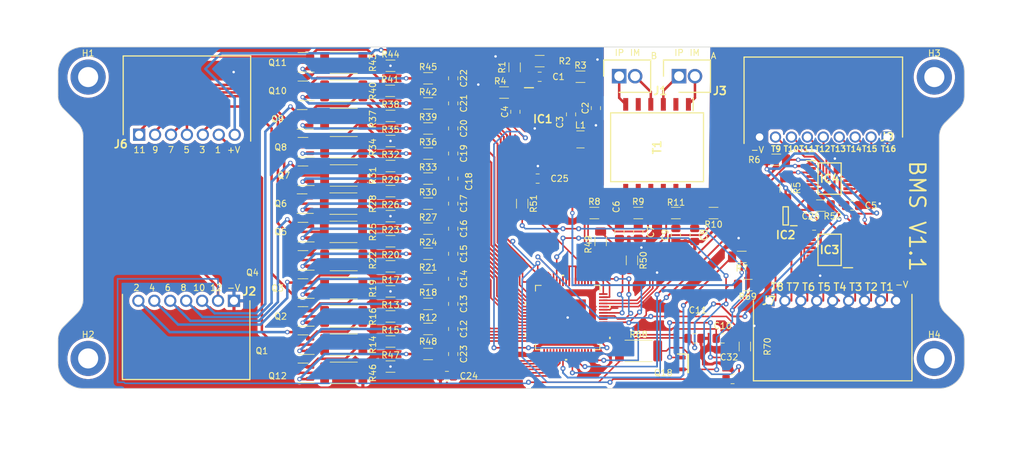
<source format=kicad_pcb>
(kicad_pcb (version 20241229) (generator "pcbnew") (generator_version "9.0")
  (layers (0 "F.Cu" signal) (2 "B.Cu" signal) (13 "F.Paste" user) (15 "B.Paste" user) (5 "F.SilkS" user "F.Silkscreen") (7 "B.SilkS" user "B.Silkscreen") (1 "F.Mask" user) (3 "B.Mask" user) (25 "Edge.Cuts" user))
  (net 0 "")
  (net 1 "/FB")
  (net 2 "+5V")
  (net 3 "Net-(IC1-SW)")
  (net 4 "Net-(IC1-BOOST)")
  (net 5 "Net-(IC1-VIN)")
  (net 6 "-VDC")
  (net 7 "Net-(C6-Pad2)")
  (net 8 "Net-(T1-SEC2_2)")
  (net 9 "Net-(C8-Pad2)")
  (net 10 "Net-(T1-SEC1_2)")
  (net 11 "/VREF2")
  (net 12 "/C2")
  (net 13 "/C1")
  (net 14 "/C3")
  (net 15 "/C4")
  (net 16 "/C5")
  (net 17 "/C6")
  (net 18 "/C7")
  (net 19 "/C8")
  (net 20 "/C9")
  (net 21 "/C10")
  (net 22 "/C11")
  (net 23 "/C12")
  (net 24 "/C0")
  (net 26 "/Enable")
  (net 33 "Net-(IC1-RT)")
  (net 34 "Net-(IC2--IN)")
  (net 35 "Net-(IC2-+IN)")
  (net 37 "/SCL")
  (net 38 "/SDA")
  (net 39 "/T1")
  (net 40 "/T2")
  (net 41 "/T3")
  (net 42 "/T4")
  (net 43 "/T8")
  (net 44 "/T7")
  (net 45 "/T6")
  (net 46 "/T5")
  (net 47 "/T9")
  (net 48 "/T10")
  (net 49 "/T11")
  (net 50 "/T12")
  (net 51 "/T16")
  (net 52 "/T15")
  (net 53 "/T14")
  (net 54 "/T13")
  (net 55 "/S12")
  (net 56 "/S11")
  (net 57 "/S10")
  (net 58 "/S9")
  (net 59 "/S8")
  (net 60 "/S7")
  (net 61 "/S6")
  (net 62 "/S5")
  (net 63 "/S4")
  (net 64 "/S3")
  (net 65 "/S2")
  (net 66 "/S1")
  (net 67 "/Therm_ADC")
  (net 68 "/IMA")
  (net 69 "/IPA")
  (net 70 "/IMB")
  (net 71 "/IPB")
  (net 72 "+BATT")
  (net 73 "/Cell 10")
  (net 74 "/Cell 8")
  (net 75 "/Cell 6")
  (net 76 "/Cell 4")
  (net 77 "/Cell 2")
  (net 78 "/Cell 11")
  (net 79 "/Cell 9")
  (net 80 "/Cell 7")
  (net 81 "/Cell 5")
  (net 82 "/Cell 3")
  (net 83 "/Cell 1")
  (net 84 "Net-(Q1-G)")
  (net 85 "Net-(Q1-D)")
  (net 86 "Net-(Q2-G)")
  (net 87 "Net-(Q2-D)")
  (net 88 "Net-(Q3-G)")
  (net 89 "Net-(Q3-D)")
  (net 90 "Net-(Q4-G)")
  (net 91 "Net-(Q4-D)")
  (net 92 "Net-(Q5-G)")
  (net 93 "Net-(Q5-D)")
  (net 94 "Net-(Q6-G)")
  (net 95 "Net-(Q6-D)")
  (net 96 "Net-(Q7-G)")
  (net 97 "Net-(Q7-D)")
  (net 98 "Net-(Q8-G)")
  (net 99 "Net-(Q8-D)")
  (net 100 "Net-(Q9-G)")
  (net 101 "Net-(Q9-D)")
  (net 102 "Net-(Q10-G)")
  (net 103 "Net-(Q10-D)")
  (net 104 "Net-(Q11-G)")
  (net 105 "Net-(Q11-D)")
  (net 106 "Net-(Q12-G)")
  (net 107 "Net-(Q12-D)")
  (net 108 "Net-(J3-Pin_2)")
  (net 110 "Net-(J3-Pin_1)")
  (net 111 "Net-(J1-Pin_2)")
  (net 113 "Net-(J1-Pin_1)")
  (net 114 "Net-(U1-VREF1)")
  (net 115 "Net-(U1-V+)")
  (net 116 "/C13")
  (net 117 "/Cell 12")
  (net 118 "Net-(Q18-D)")
  (net 119 "Net-(Q18-G)")
  (net 120 "Net-(U1-IBIAS)")
  (net 121 "Net-(U1-ICMP)")
  (net 126 "/S13")
  (footprint "EPSA:RHDR2W97P0X254_1X2_654X508X1379P" (layer "F.Cu") (at 163 68.155)
    (property "Reference" "J3")
    (property "Value" "Conn_01x02_Pin" (hide yes))
  )
  (footprint "Capacitor_SMD:C_0805_2012Metric_Pad1.18x1.45mm_HandSolder" (layer "F.Cu") (at 127 96.5 -90)
    (property "Reference" "C15")
    (property "Value" "10n")
  )
  (footprint "Resistor_SMD:R_1206_3216Metric_Pad1.30x1.75mm_HandSolder" (layer "F.Cu") (at 117 74.5)
    (property "Reference" "R38")
    (property "Value" "100")
  )
  (footprint "Inductor_SMD:L_1210_3225Metric_Pad1.42x2.65mm_HandSolder" (layer "F.Cu") (at 147.288 78.25)
    (property "Reference" "L1")
    (property "Value" "33u")
  )
  (footprint "Resistor_SMD:R_1206_3216Metric_Pad1.30x1.75mm_HandSolder" (layer "F.Cu") (at 117 82.5)
    (property "Reference" "R32")
    (property "Value" "100")
  )
  (footprint "Resistor_SMD:R_1206_3216Metric_Pad1.30x1.75mm_HandSolder" (layer "F.Cu") (at 173 97 180)
    (property "Reference" "R7")
    (property "Value" "100")
  )
  (footprint "Resistor_SMD:R_1206_3216Metric_Pad1.30x1.75mm_HandSolder" (layer "F.Cu") (at 173.95 101.5 180)
    (property "Reference" "R69")
    (property "Value" "100")
  )
  (footprint "Resistor_SMD:R_1206_3216Metric_Pad1.30x1.75mm_HandSolder" (layer "F.Cu") (at 123 96.5)
    (property "Reference" "R24")
    (property "Value" "3.3K")
  )
  (footprint "Resistor_SMD:R_1206_3216Metric_Pad1.30x1.75mm_HandSolder" (layer "F.Cu") (at 117 94.5)
    (property "Reference" "R23")
    (property "Value" "100")
  )
  (footprint "Resistor_SMD:R_2512_6332Metric_Pad1.40x3.35mm_HandSolder" (layer "F.Cu") (at 109.55 115.5 180)
    (property "Reference" "R46")
    (property "Value" "25")
  )
  (footprint "EPSA:SOP65P640X120-16N" (layer "F.Cu") (at 187 95.875 180)
    (property "Reference" "IC3")
    (property "Value" "ADG728BRUZ-REEL7" (hide yes))
  )
  (footprint "Resistor_SMD:R_1206_3216Metric_Pad1.30x1.75mm_HandSolder" (layer "F.Cu") (at 173.5 111.3 90)
    (property "Reference" "R70")
    (property "Value" "3.3K")
  )
  (footprint "Capacitor_SMD:C_0805_2012Metric_Pad1.18x1.45mm_HandSolder" (layer "F.Cu") (at 127 84.5 -90)
    (property "Reference" "C18")
    (property "Value" "10n")
  )
  (footprint "Resistor_SMD:R_1206_3216Metric_Pad1.30x1.75mm_HandSolder" (layer "F.Cu") (at 123 108.5)
    (property "Reference" "R12")
    (property "Value" "3.3K")
  )
  (footprint "EPSA:SOT-23-3" (layer "F.Cu") (at 103.05 65.95 180)
    (property "Reference" "Q11")
    (property "Value" "Q_PMOS_GDS")
  )
  (footprint "Capacitor_SMD:C_0805_2012Metric_Pad1.18x1.45mm_HandSolder" (layer "F.Cu") (at 140.788 68.25)
    (property "Reference" "C1")
    (property "Value" "22p")
  )
  (footprint "Resistor_SMD:R_1206_3216Metric_Pad1.30x1.75mm_HandSolder" (layer "F.Cu") (at 138 88.5 -90)
    (property "Reference" "R51")
    (property "Value" "100")
  )
  (footprint "Capacitor_SMD:C_0805_2012Metric_Pad1.18x1.45mm_HandSolder" (layer "F.Cu") (at 162.5 93.5 90)
    (property "Reference" "C9")
    (property "Value" "10n")
  )
  (footprint "MountingHole:MountingHole_3.2mm_M3_DIN965_Pad" (layer "F.Cu") (at 203.7 113.2)
    (property "Reference" "H4")
    (property "Value" "MountingHole")
  )
  (footprint "Capacitor_SMD:C_0805_2012Metric_Pad1.18x1.45mm_HandSolder" (layer "F.Cu") (at 127 108.5 -90)
    (property "Reference" "C12")
    (property "Value" "10n")
  )
  (footprint "Resistor_SMD:R_1206_3216Metric_Pad1.30x1.75mm_HandSolder" (layer "F.Cu") (at 117 66.5)
    (property "Reference" "R44")
    (property "Value" "100")
  )
  (footprint "Capacitor_SMD:C_0805_2012Metric_Pad1.18x1.45mm_HandSolder" (layer "F.Cu") (at 127 88.5 -90)
    (property "Reference" "C17")
    (property "Value" "10n")
  )
  (footprint "Resistor_SMD:R_1206_3216Metric_Pad1.30x1.75mm_HandSolder" (layer "F.Cu") (at 117 110.5)
    (property "Reference" "R15")
    (property "Value" "100")
  )
  (footprint "Resistor_SMD:R_1206_3216Metric_Pad1.30x1.75mm_HandSolder" (layer "F.Cu") (at 123 92.5)
    (property "Reference" "R27")
    (property "Value" "3.3K")
  )
  (footprint "EPSA:SOT95P280X100-6N" (layer "F.Cu") (at 180 90.45 180)
    (property "Reference" "IC2")
    (property "Value" "LTC6255IS6#TRMPBF" (hide yes))
  )
  (footprint "Capacitor_SMD:C_0805_2012Metric_Pad1.18x1.45mm_HandSolder" (layer "F.Cu") (at 149.75 73.25 90)
    (property "Reference" "C2")
    (property "Value" "22u")
  )
  (footprint "Connector_BMS_Thermistor:SHDRRA9W69P0X254_1X9_2527X1359X741P" (layer "F.Cu") (at 196.16 77.875)
    (property "Reference" "J8")
    (property "Value" "Conn_01x09_Pin" (hide yes))
  )
  (footprint "Resistor_SMD:R_1206_3216Metric_Pad1.30x1.75mm_HandSolder" (layer "F.Cu") (at 150.5 94.5 90)
    (property "Reference" "R49")
    (property "Value" "1k")
  )
  (footprint "Capacitor_SMD:C_0805_2012Metric_Pad1.18x1.45mm_HandSolder" (layer "F.Cu") (at 127 112.5 -90)
    (property "Reference" "C23")
    (property "Value" "10n")
  )
  (footprint "Resistor_SMD:R_1206_3216Metric_Pad1.30x1.75mm_HandSolder" (layer "F.Cu") (at 185.633538 88.818599 180)
    (property "Reference" "R52")
    (property "Value" "10k")
  )
  (footprint "Resistor_SMD:R_2512_6332Metric_Pad1.40x3.35mm_HandSolder" (layer "F.Cu") (at 109.55 66 180)
    (property "Reference" "R43")
    (property "Value" "25")
  )
  (footprint "Capacitor_SMD:C_0805_2012Metric_Pad1.18x1.45mm_HandSolder" (layer "F.Cu") (at 140.4625 84.5)
    (property "Reference" "C25")
    (property "Value" "100n")
  )
  (footprint "Resistor_SMD:R_2512_6332Metric_Pad1.40x3.35mm_HandSolder" (layer "F.Cu") (at 109.55 102 180)
    (property "Reference" "R19")
    (property "Value" "25")
  )
  (footprint "Resistor_SMD:R_2512_6332Metric_Pad1.40x3.35mm_HandSolder" (layer "F.Cu") (at 109.55 84 180)
    (property "Reference" "R31")
    (property "Value" "25")
  )
  (footprint "Resistor_SMD:R_1206_3216Metric_Pad1.30x1.75mm_HandSolder" (layer "F.Cu") (at 147.288 68.25)
    (property "Reference" "R3")
    (property "Value" "374k")
  )
  (footprint "EPSA:05-08-1982_ADI" (layer "F.Cu") (at 145.25 106.6769 -90)
    (property "Reference" "U1" (hide yes))
    (property "Value" "ADBMS1818ASWZ")
  )
  (footprint "Capacitor_SMD:C_0805_2012Metric_Pad1.18x1.45mm_HandSolder" (layer "F.Cu") (at 165.4625 110 180)
    (property "Reference" "C11")
    (property "Value" "1u")
  )
  (footprint "Capacitor_SMD:C_0805_2012Metric_Pad1.18x1.45mm_HandSolder" (layer "F.Cu") (at 127 104.5 -90)
    (property "Reference" "C13")
    (property "Value" "10n")
  )
  (footprint "Resistor_SMD:R_1206_3216Metric_Pad1.30x1.75mm_HandSolder" (layer "F.Cu") (at 123 88.5)
    (property "Reference" "R30")
    (property "Value" "3.3K")
  )
  (footprint "Resistor_SMD:R_2512_6332Metric_Pad1.40x3.35mm_HandSolder" (layer "F.Cu") (at 109.55 97.5 180)
    (property "Reference" "R22")
    (property "Value" "25")
  )
  (footprint "Resistor_SMD:R_1206_3216Metric_Pad1.30x1.75mm_HandSolder" (layer "F.Cu") (at 162.5 90 180)
    (property "Reference" "R11")
    (property "Value" "51")
  )
  (footprint "Capacitor_SMD:C_0805_2012Metric_Pad1.18x1.45mm_HandSolder" (layer "F.Cu") (at 127 68.5 -90)
    (property "Reference" "C22")
    (property "Value" "10n")
  )
  (footprint "Resistor_SMD:R_1206_3216Metric_Pad1.30x1.75mm_HandSolder" (layer "F.Cu") (at 123 72.5)
    (property "Reference" "R42")
    (property "Value" "3.3K")
  )
  (footprint "Capacitor_SMD:C_0805_2012Metric_Pad1.18x1.45mm_HandSolder" (layer "F.Cu") (at 169.9625 110 180)
    (property "Reference" "C10")
    (property "Value" "1u")
  )
  (footprint "Resistor_SMD:R_1206_3216Metric_Pad1.30x1.75mm_HandSolder" (layer "F.Cu") (at 123 112.5)
    (property "Reference" "R48")
    (property "Value" "3.3K")
  )
  (footprint "Capacitor_SMD:C_0805_2012Metric_Pad1.18x1.45mm_HandSolder" (layer "F.Cu") (at 126 116 180)
    (property "Reference" "C24")
    (property "Value" "10n")
  )
  (footprint "Capacitor_SMD:C_0805_2012Metric_Pad1.18x1.45mm_HandSolder" (layer "F.Cu") (at 127 100.5 -90)
    (property "Reference" "C14")
    (property "Value" "10n")
  )
  (footprint "EPSA:SOT-23-3" (layer "F.Cu") (at 102.9125 88.5 180)
    (property "Reference" "Q6")
    (property "Value" "Q_PMOS_GDS")
  )
  (footprint "Resistor_SMD:R_1206_3216Metric_Pad1.30x1.75mm_HandSolder" (layer "F.Cu") (at 168.5 90 180)
    (property "Reference" "R10")
    (property "Value" "51")
  )
  (footprint "MountingHole:MountingHole_3.2mm_M3_DIN965_Pad" (layer "F.Cu") (at 203.7 68.3)
    (property "Reference" "H3")
    (property "Value" "MountingHole")
  )
  (footprint "Resistor_SMD:R_1206_3216Metric_Pad1.30x1.75mm_HandSolder" (layer "F.Cu") (at 117 86.5)
    (property "Reference" "R29")
    (property "Value" "100")
  )
  (footprint "EPSA:SOT-23-3" (layer "F.Cu") (at 102.9125 75.05 180)
    (property "Reference" "Q9")
    (property "Value" "Q_PMOS_GDS")
  )
  (footprint "Resistor_SMD:R_1206_3216Metric_Pad1.30x1.75mm_HandSolder" (layer "F.Cu") (at 117 90.5)
    (property "Reference" "R26")
    (property "Value" "100")
  )
  (footprint "EPSA:SOT-23-3" (layer "F.Cu") (at 103.05 97.55 180)
    (property "Reference" "Q4")
    (property "Value" "Q_PMOS_GDS")
  )
  (footprint "EPSA:SOT-23-3" (layer "F.Cu") (at 103.05 102.05 180)
    (property "Reference" "Q3")
    (property "Value" "Q_PMOS_GDS")
  )
  (footprint "Resistor_SMD:R_2512_6332Metric_Pad1.40x3.35mm_HandSolder" (layer "F.Cu") (at 109.5 88.5 180)
    (property "Reference" "R28")
    (property "Value" "25")
  )
  (footprint "Resistor_SMD:R_1206_3216Metric_Pad1.30x1.75mm_HandSolder" (layer "F.Cu") (at 117 102.5)
    (property "Reference" "R17")
    (property "Value" "100")
  )
  (footprint "Resistor_SMD:R_1206_3216Metric_Pad1.30x1.75mm_HandSolder" (layer "F.Cu") (at 135.112465 70.768955)
    (property "Reference" "R4")
    (property "Value" "470")
  )
  (footprint "EPSA:SOT95P237X112-3N" (layer "F.Cu") (at 164.45 114)
    (property "Reference" "Q18")
    (property "Value" "Q_PMOS_GDS" (hide yes))
  )
  (footprint "EPSA:SOP50P490X110-17N" (layer "F.Cu") (at 141.288 72.25)
    (property "Reference" "IC1")
    (property "Value" "LT3990EMSE#TRPBF" (hide yes))
  )
  (footprint "Capacitor_SMD:C_0805_2012Metric_Pad1.18x1.45mm_HandSolder" (layer "F.Cu") (at 171.5375 116.5 180)
    (property "Reference" "C32")
    (property "Value" "10n")
  )
  (footprint "Resistor_SMD:R_1206_3216Metric_Pad1.30x1.75mm_HandSolder" (layer "F.Cu") (at 149.5 90)
    (property "Reference" "R8")
    (property "Value" "51")
  )
  (footprint "Resistor_SMD:R_1206_3216Metric_Pad1.30x1.75mm_HandSolder" (layer "F.Cu") (at 123 76.5)
    (property "Reference" "R39")
    (property "Value" "3.3K")
  )
  (footprint "MountingHole:MountingHole_3.2mm_M3_DIN965_Pad" (layer "F.Cu") (at 68.8 68.3)
    (property "Reference" "H1")
    (property "Value" "MountingHole")
  )
  (footprint "EPSA:SHDRRA7W77P0X254_1X7_2032X1359X699P" (layer "F.Cu") (at 76.93 77.5)
    (property "Reference" "J6")
    (property "Value" "Conn_01x07_Pin" (hide yes))
  )
  (footprint "EPSA:SOP200P1473X500-12N" (layer "F.Cu") (at 159.5 79.5 -90)
    (property "Reference" "T1")
    (property "Value" "SM91501ALE" (hide yes))
  )
  (footprint "Capacitor_SMD:C_0805_2012Metric_Pad1.18x1.45mm_HandSolder" (layer "F.Cu") (at 127 76.5 -90)
    (property "Reference" "C20")
    (property "Value" "10n")
  )
  (footprint "Capacitor_SMD:C_0805_2012Metric_Pad1.18x1.45mm_HandSolder" (layer "F.Cu") (at 184.5375 92 180)
    (property "Reference" "C26")
    (property "Value" "1u")
  )
  (footprint "Resistor_SMD:R_2512_6332Metric_Pad1.40x3.35mm_HandSolder" (layer "F.Cu") (at 109.5 93 180)
    (property "Reference" "R25")
    (property "Value" "25")
  )
  (footprint "Capacitor_SMD:C_0805_2012Metric_Pad1.18x1.45mm_HandSolder" (layer "F.Cu") (at 156.5 93 90)
    (property "Reference" "C7")
    (property "Value" "10n")
  )
  (footprint "EPSA:RHDR2W97P0X254_1X2_654X508X1379P" (layer "F.Cu") (at 153.46 68.155)
    (property "Reference" "J1")
    (property "Value" "Conn_01x02_Pin" (hide yes))
  )
  (footprint "Capacitor_SMD:C_0805_2012Metric_Pad1.18x1.45mm_HandSolder" (layer "F.Cu") (at 153.5 93.0375 90)
    (property "Reference" "C6")
    (property "Value" "10n")
  )
  (footprint "Resistor_SMD:R_2512_6332Metric_Pad1.40x3.35mm_HandSolder" (layer "F.Cu") (at 109.55 111 180)
    (property "Reference" "R14")
    (property "Value" "25")
  )
  (footprint "Resistor_SMD:R_1206_3216Metric_Pad1.30x1.75mm_HandSolder" (layer "F.Cu") (at 116.95 70.5)
    (property "Reference" "R41")
    (property "Value" "100")
  )
  (footprint "Resistor_SMD:R_1206_3216Metric_Pad1.30x1.75mm_HandSolder" (layer "F.Cu") (at 117 98.5)
    (property "Reference" "R20")
    (property "Value" "100")
  )
  (footprint "Resistor_SMD:R_1206_3216Metric_Pad1.30x1.75mm_HandSolder" (layer "F.Cu") (at 123 80.5)
    (property "Reference" "R36")
    (property "Value" "3.3K")
  )
  (footprint "Resistor_SMD:R_1206_3216Metric_Pad1.30x1.75mm_HandSolder" (layer "F.Cu") (at 123 84.5)
    (property "Reference" "R33")
    (property "Value" "3.3K")
  )
  (footprint "Resistor_SMD:R_1206_3216Metric_Pad1.30x1.75mm_HandSolder" (layer "F.Cu") (at 117 78.5)
    (property "Reference" "R35")
    (property "Value" "100")
  )
  (footprint "Resistor_SMD:R_2512_6332Metric_Pad1.40x3.35mm_HandSolder" (layer "F.Cu") (at 109.55 75 180)
    (property "Reference" "R37")
    (property "Value" "25")
  )
  (footprint "Resistor_SMD:R_2512_6332Metric_Pad1.40x3.35mm_HandSolder" (layer "F.Cu") (at 109.55 106.5 180)
    (property "Reference" "R16")
    (property "Value" "25")
  )
  (footprint "Resistor_SMD:R_1206_3216Metric_Pad1.30x1.75mm_HandSolder" (layer "F.Cu") (at 117 106.5)
    (property "Reference" "R13")
    (property "Value" "100")
  )
  (footprint "Resistor_SMD:R_1206_3216Metric_Pad1.30x1.75mm_HandSolder" (layer "F.Cu") (at 123 68.5)
    (property "Reference" "R45")
    (property "Value" "3.3K")
  )
  (footprint "EPSA:SOT-23-3" (layer "F.Cu") (at 103.05 106.5 180)
    (property "Reference" "Q2")
    (property "Value" "Q_PMOS_GDS")
  )
  (footprint "EPSA:SOT-23-3" (layer "F.Cu") (at 103.05 115.5 180)
    (property "Reference" "Q12")
    (property "Value" "Q_PMOS_GDS")
  )
  (footprint "Resistor_SMD:R_1206_3216Metric_Pad1.30x1.75mm_HandSolder" (layer "F.Cu") (at 155.5 97.55 -90)
    (property "Reference" "R50")
    (property "Value" "1k")
  )
  (footprint "Resistor_SMD:R_1206_3216Metric_Pad1.30x1.75mm_HandSolder" (layer "F.Cu") (at 136.788 66.75 -90)
    (property "Reference" "R1")
    (property "Value" "316k")
  )
  (footprint "Resistor_SMD:R_2512_6332Metric_Pad1.40x3.35mm_HandSolder" (layer "F.Cu") (at 109.55 70.5 180)
    (property "Reference" "R40")
    (property "Value" "25")
  )
  (footprint "Resistor_SMD:R_1206_3216Metric_Pad1.30x1.75mm_HandSolder" (layer "F.Cu") (at 123 100.5)
    (property "Reference" "R21")
    (property "Value" "3.3K")
  )
  (footprint "Resistor_SMD:R_1206_3216Metric_Pad1.30x1.75mm_HandSolder" (layer "F.Cu") (at 123 104.5)
    (property "Reference" "R18")
    (property "Value" "3.3K")
  )
  (footprint "Capacitor_SMD:C_0805_2012Metric_Pad1.18x1.45mm_HandSolder" (layer "F.Cu") (at 127 72.5 -90)
    (property "Reference" "C21")
    (property "Value" "10n")
  )
  (footprint "EPSA:SOT-23-3" (layer "F.Cu") (at 103.05 93.05 180)
    (property "Reference" "Q5")
    (property "Value" "Q_PMOS_GDS")
  )
  (footprint "Connector_BMS_Thermistor:SHDRRA9W69P0X254_1X9_2527X1359X741P" (layer "F.Cu") (at 177.34 104 180)
    (property "Reference" "J7")
    (property "Value" "Conn_01x09_Pin" (hide yes))
  )
  (footprint "Capacitor_SMD:C_0805_2012Metric_Pad1.18x1.45mm_HandSolder" (layer "F.Cu") (at 190.6 88.8)
    (property "Reference" "C5")
    (property "Value" "1u")
  )
  (footprint "EPSA:SHDRRA7W77P0X254_1X7_2032X1359X699P" (layer "F.Cu") (at 92.05 104 180)
    (property "Reference" "J2")
    (property "Value" "Conn_01x07_Pin" (hide yes))
  )
  (footprint "Resistor_SMD:R_2512_6332Metric_Pad1.40x3.35mm_HandSolder" (layer "F.Cu") (at 109.55 79.5 180)
    (property "Reference" "R34")
    (property "Value" "25")
  )
  (footprint "EPSA:SOT-23-3" (layer "F.Cu") (at 103.05 84.05 180)
    (property "Reference" "Q7")
    (property "Value" "Q_PMOS_GDS")
  )
  (footprint "Capacitor_SMD:C_0805_2012Metric_Pad1.18x1.45mm_HandSolder" (layer "F.Cu") (at 165.5 93.5 90)
    (property "Reference" "C8")
    (property "Value" "10n")
  )
  (footprint "Resistor_SMD:R_1206_3216Metric_Pad1.30x1.75mm_HandSolder" (layer "F.Cu") (at 178.5 81.5)
    (property "Reference" "R6")
    (property "Value" "4.7k")
  )
  (footprint "MountingHole:MountingHole_3.2mm_M3_DIN965_Pad" (layer "F.Cu") (at 68.8 113.2)
    (property "Reference" "H2")
    (property "Value" "MountingHole")
  )
  (footprint "EPSA:SOT-23-3" (layer "F.Cu") (at 103.05 70.5 180)
    (property "Reference" "Q10")
    (property "Value" "Q_PMOS_GDS")
  )
  (footprint "EPSA:SOT-23-3" (layer "F.Cu") (at 103.05 111 180)
    (property "Reference" "Q1")
    (property "Value" "Q_PMOS_GDS")
  )
  (footprint "EPSA:SOP65P640X120-16N" (layer "F.Cu") (at 187 84.5)
    (property "Reference" "IC4")
    (property "Value" "ADG728BRUZ-REEL7" (hide yes))
  )
  (footprint "Capacitor_SMD:C_0805_2012Metric_Pad1.18x1.45mm_HandSolder" (layer "F.Cu") (at 136.911722 73.839704 90)
    (property "Reference" "C4")
    (property "Value" "2.2u")
  )
  (footprint "Resistor_SMD:R_1206_3216Metric_Pad1.30x1.75mm_HandSolder" (layer "F.Cu") (at 117 114.5)
    (property "Reference" "R47")
    (property "Value" "100")
  )
  (footprint "Capacitor_SMD:C_0805_2012Metric_Pad1.18x1.45mm_HandSolder" (layer "F.Cu") (at 127 92.5 -90)
    (property "Reference" "C16")
    (property "Value" "10n")
  )
  (footprint "Capacitor_SMD:C_0805_2012Metric_Pad1.18x1.45mm_HandSolder" (layer "F.Cu") (at 127 80.5 -90)
    (property "Reference" "C19")
    (property "Value" "10n")
  )
  (footprint "EPSA:SOT-23-3" (layer "F.Cu") (at 103.05 79.5 180)
    (property "Reference" "Q8")
    (property "Value" "Q_PMOS_GDS")
  )
  (footprint "Capacitor_SMD:C_0805_2012Metric_Pad1.18x1.45mm_HandSolder" (layer "F.Cu") (at 145.788 74.25 90)
    (property "Reference" "C3")
    (property "Value" "0.22u")
  )
  (footprint "Resistor_SMD:R_1206_3216Metric_Pad1.30x1.75mm_HandSolder" (layer "F.Cu") (at 140.788 65.75 180)
    (property "Reference" "R2")
    (property "Value" "1M")
  )
  (footprint "Resistor_SMD:R_1206_3216Metric_Pad1.30x1.75mm_HandSolder" (layer "F.Cu") (at 180 86 -90)
    (property "Reference" "R5")
    (property "Value" "4.7k")
  )
  (footprint "Resistor_SMD:R_1206_3216Metric_Pad1.30x1.75mm_HandSolder" (layer "F.Cu") (at 156.5 90)
    (property "Reference" "R9")
    (property "Value" "51")
  )
  (footprint "Resistor_SMD:R_2512_6332Metric_Pad1.40x3.35mm_HandSolder" (layer "F.Cu") (at 156.55 112)
    (property "Reference" "R68")
    (property "Value" "25")
  )
  (gr_line (start 207.62132 73.37868) (end 205.378679 75.621321) (stroke (width 0.1)) (layer "Edge.Cuts"))
  (gr_line (start 208.5 67.5) (end 208.5 71.257359) (stroke (width 0.1)) (layer "Edge.Cuts"))
  (gr_arc (start 205.378679 105.878679) (mid 204.728361 104.905409) (end 204.5 103.757359) (stroke (width 0.1)) (layer "Edge.Cuts"))
  (gr_line (start 68 103.757359) (end 68 77.742641) (stroke (width 0.1)) (layer "Edge.Cuts"))
  (gr_line (start 204.5 118) (end 68 118) (stroke (width 0.1)) (layer "Edge.Cuts"))
  (gr_line (start 64.87868 73.37868) (end 67.121321 75.621321) (stroke (width 0.1)) (layer "Edge.Cuts"))
  (gr_line (start 68 63.5) (end 204.5 63.5) (stroke (width 0.1)) (layer "Edge.Cuts"))
  (gr_arc (start 68 103.757359) (mid 67.771652 104.905418) (end 67.121321 105.878679) (stroke (width 0.1)) (layer "Edge.Cuts"))
  (gr_arc (start 208.5 71.257359) (mid 208.271652 72.405418) (end 207.62132 73.37868) (stroke (width 0.1)) (layer "Edge.Cuts"))
  (gr_line (start 64 114) (end 64 110.242641) (stroke (width 0.1)) (layer "Edge.Cuts"))
  (gr_arc (start 64.87868 73.37868) (mid 64.228361 72.40541) (end 64 71.257359) (stroke (width 0.1)) (layer "Edge.Cuts"))
  (gr_arc (start 204.5 63.5) (mid 207.328427 64.671573) (end 208.5 67.5) (stroke (width 0.1)) (layer "Edge.Cuts"))
  (gr_arc (start 204.5 77.742641) (mid 204.728348 76.594582) (end 205.378679 75.621321) (stroke (width 0.1)) (layer "Edge.Cuts"))
  (gr_arc (start 67.121321 75.621321) (mid 67.771639 76.594591) (end 68 77.742641) (stroke (width 0.1)) (layer "Edge.Cuts"))
  (gr_line (start 208.5 110.242641) (end 208.5 114) (stroke (width 0.1)) (layer "Edge.Cuts"))
  (gr_arc (start 68 118) (mid 65.171573 116.828427) (end 64 114) (stroke (width 0.1)) (layer "Edge.Cuts"))
  (gr_arc (start 207.62132 108.12132) (mid 208.271639 109.09459) (end 208.5 110.242641) (stroke (width 0.1)) (layer "Edge.Cuts"))
  (gr_arc (start 208.5 114) (mid 207.328427 116.828427) (end 204.5 118) (stroke (width 0.1)) (layer "Edge.Cuts"))
  (gr_line (start 204.5 103.757359) (end 204.5 77.742641) (stroke (width 0.1)) (layer "Edge.Cuts"))
  (gr_line (start 64.87868 108.12132) (end 67.121321 105.878679) (stroke (width 0.1)) (layer "Edge.Cuts"))
  (gr_line (start 64 67.5) (end 64 71.257359) (stroke (width 0.1)) (layer "Edge.Cuts"))
  (gr_arc (start 64 110.242641) (mid 64.228348 109.094582) (end 64.87868 108.12132) (stroke (width 0.1)) (layer "Edge.Cuts"))
  (gr_line (start 207.62132 108.12132) (end 205.378679 105.878679) (stroke (width 0.1)) (layer "Edge.Cuts"))
  (gr_arc (start 64 67.5) (mid 65.171573 64.671573) (end 68 63.5) (stroke (width 0.1)) (layer "Edge.Cuts"))
  (gr_text "T4" (at 187.5 102.5 0) (layer "F.SilkS") (effects (font (size 1.2 1.2) (thickness 0.2) (bold yes)) (justify left bottom)))
  (gr_text "IM" (at 165.5 65 0) (layer "F.SilkS") (effects (font (size 1 1)) (justify bottom)))
  (gr_text "T3" (at 190 102.5 0) (layer "F.SilkS") (effects (font (size 1.2 1.2) (thickness 0.2) (bold yes)) (justify left bottom)))
  (gr_text "T13" (at 187.063923 80.285286 0) (layer "F.SilkS") (effects (font (size 0.9 0.9) (thickness 0.2) (bold yes)) (justify left bottom)))
  (gr_text "10\n" (at 86.5 102.5 0) (layer "F.SilkS") (effects (font (size 1 1)) (justify bottom)))
  (gr_text "T2" (at 192.5 102.5 0) (layer "F.SilkS") (effects (font (size 1.2 1.2) (thickness 0.2) (bold yes)) (justify left bottom)))
  (gr_text "4" (at 79 102.5 0) (layer "F.SilkS") (effects (font (size 1 1)) (justify bottom)))
  (gr_text "1" (at 89.5 80.5 0) (layer "F.SilkS") (effects (font (size 1 1)) (justify bottom)))
  (gr_text "6" (at 81.5 102.5 0) (layer "F.SilkS") (effects (font (size 1 1)) (justify bottom)))
  (gr_text "T1" (at 195 102.5 0) (layer "F.SilkS") (effects (font (size 1.2 1.2) (thickness 0.2) (bold yes)) (justify left bottom)))
  (gr_text "7" (at 82 80.5 0) (layer "F.SilkS") (effects (font (size 1 1)) (justify bottom)))
  (gr_text "T11" (at 182.063923 80.285286 0) (layer "F.SilkS") (effects (font (size 0.9 0.9) (thickness 0.2) (bold yes)) (justify left bottom)))
  (gr_text "T10" (at 179.563923 80.285286 0) (layer "F.SilkS") (effects (font (size 0.9 0.9) (thickness 0.2) (bold yes)) (justify left bottom)))
  (gr_text "IP" (at 163 65 0) (layer "F.SilkS") (effects (font (size 1 1)) (justify bottom)))
  (gr_text "T9" (at 177.563923 80.285286 0) (layer "F.SilkS") (effects (font (size 0.9 0.9) (thickness 0.2) (bold yes)) (justify left bottom)))
  (gr_text "5" (at 84.5 80.5 0) (layer "F.SilkS") (effects (font (size 1 1)) (justify bottom)))
  (gr_text "3\n" (at 87 80.5 0) (layer "F.SilkS") (effects (font (size 1 1)) (justify bottom)))
  (gr_text "BMS V1.1" (at 199.5 90.5 270) (layer "F.SilkS") (effects (font (size 2.5 2.5) (thickness 0.3)) (justify bottom)))
  (gr_text "-V\n" (at 175.5 80.5 0) (layer "F.SilkS") (effects (font (size 1 1)) (justify bottom)))
  (gr_text "T16" (at 195.063923 80.285286 0) (layer "F.SilkS") (effects (font (size 0.9 0.9) (thickness 0.2) (bold yes)) (justify left bottom)))
  (gr_text "12" (at 89.2 102.5 0) (layer "F.SilkS") (effects (font (size 1 1)) (justify bottom)))
  (gr_text "B" (at 159 65.5 0) (layer "F.SilkS") (effects (font (size 1 1)) (justify bottom)))
  (gr_text "-V\n" (at 92 102.5 0) (layer "F.SilkS") (effects (font (size 1 1)) (justify bottom)))
  (gr_text "T7" (at 180 102.5 0) (layer "F.SilkS") (effects (font (size 1.2 1.2) (thickness 0.2) (bold yes)) (justify left bottom)))
  (gr_text "11" (at 77 80.5 0) (layer "F.SilkS") (effects (font (size 1 1)) (justify bottom)))
  (gr_text "-V\n" (at 198.5 102 0) (layer "F.SilkS") (effects (font (size 1 1)) (justify bottom)))
  (gr_text "T8" (at 177.5 102.5 0) (layer "F.SilkS") (effects (font (size 1.2 1.2) (thickness 0.2) (bold yes)) (justify left bottom)))
  (gr_text "T12" (at 184.563923 80.285286 0) (layer "F.SilkS") (effects (font (size 0.9 0.9) (thickness 0.2) (bold yes)) (justify left bottom)))
  (gr_text "T15" (at 192.063923 80.285286 0) (layer "F.SilkS") (effects (font (size 0.9 0.9) (thickness 0.2) (bold yes)) (justify left bottom)))
  (gr_text "8" (at 84 102.5 0) (layer "F.SilkS") (effects (font (size 1 1)) (justify bottom)))
  (gr_text "IM" (at 156 65 0) (layer "F.SilkS") (effects (font (size 1 1)) (justify bottom)))
  (gr_text "9" (at 79.5 80.5 0) (layer "F.SilkS") (effects (font (size 1 1)) (justify bottom)))
  (gr_text "IP" (at 153.5 65 0) (layer "F.SilkS") (effects (font (size 1 1)) (justify bottom)))
  (gr_text "T14" (at 189.563923 80.285286 0) (layer "F.SilkS") (effects (font (size 0.9 0.9) (thickness 0.2) (bold yes)) (justify left bottom)))
  (gr_text "+V" (at 92 80.5 0) (layer "F.SilkS") (effects (font (size 1 1)) (justify bottom)))
  (gr_text "2" (at 76.5 102.5 0) (layer "F.SilkS") (effects (font (size 1 1)) (justify bottom)))
  (gr_text "T5" (at 185 102.5 0) (layer "F.SilkS") (effects (font (size 1.2 1.2) (thickness 0.2) (bold yes)) (justify left bottom)))
  (gr_text "A" (at 168.5 65.5 0) (layer "F.SilkS") (effects (font (size 1 1)) (justify bottom)))
  (gr_text "T6" (at 182.5 102.5 0) (layer "F.SilkS") (effects (font (size 1.2 1.2) (thickness 0.2) (bold yes)) (justify left bottom)))
  (segment (start 136.788 65.2) (end 138.688 65.2) (width 0.3) (layer "F.Cu") (net 1))
  (segment (start 138.688 65.2) (end 139.238 65.75) (width 0.3) (layer "F.Cu") (net 1))
  (segment (start 139.7505 68.25) (end 139.2505 68.75) (width 0.3) (layer "F.Cu") (net 1))
  (segment (start 139.7505 68.25) (end 139.076 68.9245) (width 0.3) (layer "F.Cu") (net 1))
  (segment (start 139.238 67.7375) (end 139.7505 68.25) (width 0.3) (layer "F.Cu") (net 1))
  (segment (start 139.238 65.75) (end 139.238 67.7375) (width 0.3) (layer "F.Cu") (net 1))
  (segment (start 139.076 68.9245) (end 139.076 71) (width 0.3) (layer "F.Cu") (net 1))
  (segment (start 148.7755 78.25) (end 148.288 77.7625) (width 0.3) (layer "F.Cu") (net 2))
  (segment (start 190.9 90.1) (end 190.469024 90.530976) (width 0.3) (layer "F.Cu") (net 2))
  (segment (start 142.338 65.75) (end 142.338 67.7375) (width 0.3) (layer "F.Cu") (net 2))
  (segment (start 190.4625 90) (end 190.4625 90.524452) (width 0.3) (layer "F.Cu") (net 2))
  (segment (start 148.288 73) (end 147.288 72) (width 0.3) (layer "F.Cu") (net 2))
  (segment (start 179.05 87.55) (end 177.775 88.825) (width 0.4) (layer "F.Cu") (net 2))
  (segment (start 191.4625 97.5) (end 192.4625 96.5) (width 0.3) (layer "F.Cu") (net 2))
  (segment (start 189.5625 88.8) (end 189.5625 89.1) (width 0.3) (layer "F.Cu") (net 2))
  (segment (start 146 90) (end 146 81.0255) (width 0.3) (layer "F.Cu") (net 2))
  (segment (start 147.288 71) (end 148.288 72) (width 0.3) (layer "F.Cu") (net 2))
  (segment (start 142.338 65.75) (end 145.788 65.75) (width 0.3) (layer "F.Cu") (net 2))
  (segment (start 177 83) (end 177 81.55) (width 0.4) (layer "F.Cu") (net 2))
  (segment (start 190.469024 90.530976) (end 190.569024 90.630976) (width 0.3) (layer "F.Cu") (net 2))
  (segment (start 154.926901 107.426901) (end 155 107.5) (width 0.25) (layer "F.Cu") (net 2))
  (segment (start 155.073099 107.426901) (end 154.5 107.426901) (width 0.25) (layer "F.Cu") (net 2))
  (segment (start 190.9505 82.225) (end 189.938 82.225) (width 0.3) (layer "F.Cu") (net 2))
  (segment (start 142.338 67.7375) (end 141.8255 68.25) (width 0.3) (layer "F.Cu") (net 2))
  (segment (start 185.575 95.8245) (end 185.575 92) (width 0.4) (layer "F.Cu") (net 2))
  (segment (start 180 87.55) (end 179.05 87.55) (width 0.4) (layer "F.Cu") (net 2))
  (segment (start 156.7 105.8) (end 155.073099 107.426901) (width 0.25) (layer "F.Cu") (net 2))
  (segment (start 148.288 72) (end 149.5375 72) (width 0.3) (layer "F.Cu") (net 2))
  (segment (start 188.7 88.8) (end 189.5625 88.8) (width 0.3) (layer "F.Cu") (net 2))
  (segment (start 177.775 91.4) (end 178.7 91.4) (width 0.4) (layer "F.Cu") (net 2))
  (segment (start 194.4 90.1) (end 190.9 90.1) (width 0.3) (layer "F.Cu") (net 2))
  (segment (start 189.938 84.175) (end 188.9005 84.175) (width 0.3) (layer "F.Cu") (net 2))
  (segment (start 188.6 88.7) (end 188.7 88.8) (width 0.3) (layer "F.Cu") (net 2))
  (segment (start 184.062 96.2) (end 185.1995 96.2) (width 0.4) (layer "F.Cu") (net 2))
  (segment (start 191.5 82.7745) (end 190.9505 82.225) (width 0.3) (layer "F.Cu") (net 2))
  (segment (start 149.5375 72) (end 149.75 72.2125) (width 0.3) (layer "F.Cu") (net 2))
  (segment (start 188.9005 84.175) (end 188.6 84.4755) (width 0.3) (layer "F.Cu") (net 2))
  (segment (start 185.575 92) (end 185.575 91.575) (width 0.4) (layer "F.Cu") (net 2))
  (segment (start 182.6995 82.5) (end 183.0745 82.875) (width 0.4) (layer "F.Cu") (net 2))
  (segment (start 177.775 91.275) (end 177.9 91.4) (width 0.4) (layer "F.Cu") (net 2))
  (segment (start 183.0745 82.875) (end 184.062 82.875) (width 0.4) (layer "F.Cu") (net 2))
  (segment (start 147.288 67.25) (end 147.288 71) (width 0.3) (layer "F.Cu") (net 2))
  (segment (start 189.938 97.5) (end 191.4625 97.5) (width 0.3) (layer "F.Cu") (net 2))
  (segment (start 191.5 83.5) (end 191.5 82.7745) (width 0.3) (layer "F.Cu") (net 2))
  (segment (start 189.5625 89.1) (end 190.4625 90) (width 0.3) (layer "F.Cu") (net 2))
  (segment (start 181.5 82.5) (end 182.6995 82.5) (width 0.4) (layer "F.Cu") (net 2))
  (segment (start 150.9269 107.426901) (end 154.5 107.426901) (width 0.25) (layer "F.Cu") (net 2))
  (segment (start 148.288 77.7625) (end 148.288 73) (width 0.3) (layer "F.Cu") (net 2))
  (segment (start 190.569024 90.630976) (end 192.4625 92.524451) (width 0.3) (layer "F.Cu") (net 2))
  (segment (start 190.4625 90.524452) (end 190.469024 90.530976) (width 0.3) (layer "F.Cu") (net 2))
  (segment (start 188.6 84.4755) (end 188.6 88.7) (width 0.3) (layer "F.Cu") (net 2))
  (segment (start 189.938 84.175) (end 190.825 84.175) (width 0.3) (layer "F.Cu") (net 2))
  (segment (start 173 96.175) (end 177.775 91.4) (width 0.4) (layer "F.Cu") (net 2))
  (segment (start 194.5 90) (end 194.4 90.1) (width 0.3) (layer "F.Cu") (net 2))
  (segment (start 177.9 91.4) (end 178.7 91.4) (width 0.4) (layer "F.Cu") (net 2))
  (segment (start 145.788 65.75) (end 147.288 67.25) (width 0.3) (layer "F.Cu") (net 2))
  (segment (start 146 81.0255) (end 148.7755 78.25) (width 0.3) (layer "F.Cu") (net 2))
  (segment (start 190.825 84.175) (end 191.5 83.5) (width 0.3) (layer "F.Cu") (net 2))
  (segment (start 151 113.5) (end 150.1462 113.5) (width 0.25) (layer "F.Cu") (net 2))
  (segment (start 177 81.55) (end 176.95 81.5) (width 0.4) (layer "F.Cu") (net 2))
  (segment (start 173 96.175) (end 173 99.5) (width 0.4) (layer "F.Cu") (net 2))
  (segment (start 154.5 107.426901) (end 154.926901 107.426901) (width 0.25) (layer "F.Cu") (net 2))
  (segment (start 150.1462 113.5) (end 149 112.3538) (width 0.25) (layer "F.Cu") (net 2))
  (segment (start 192.4625 92.524451) (end 192.4625 96.5) (width 0.3) (layer "F.Cu") (net 2))
  (segment (start 177.775 88.825) (end 177.775 91.275) (width 0.4) (layer "F.Cu") (net 2))
  (segment (start 143.5 72) (end 148.288 72) (width 0.3) (layer "F.Cu") (net 2))
  (segment (start 185.575 91.575) (end 184.5 90.5) (width 0.4) (layer "F.Cu") (net 2))
  (segment (start 180 87.55) (end 180 86) (width 0.4) (layer "F.Cu") (net 2))
  (segment (start 185.1995 96.2) (end 185.575 95.8245) (width 0.4) (layer "F.Cu") (net 2))
  (via (at 194.5 90) (size 0.8) (drill 0.4) (layers "F.Cu" "B.Cu") (net 2))
  (via (at 146 90) (size 0.7) (drill 0.4) (layers "F.Cu" "B.Cu") (net 2))
  (via (at 156.7 105.8) (size 0.8) (drill 0.4) (layers "F.Cu" "B.Cu") (net 2))
  (via (at 177 83) (size 0.7) (drill 0.4) (layers "F.Cu" "B.Cu") (net 2))
  (via (at 151 113.5) (size 0.8) (drill 0.4) (layers "F.Cu" "B.Cu") (net 2))
  (via (at 184.5 90.5) (size 0.7) (drill 0.4) (layers "F.Cu" "B.Cu") (net 2))
  (via (at 155 107.5) (size 0.8) (drill 0.4) (layers "F.Cu" "B.Cu") (net 2))
  (via (at 180 86) (size 0.8) (drill 0.4) (layers "F.Cu" "B.Cu") (net 2))
  (via (at 181.5 82.5) (size 0.7) (drill 0.4) (layers "F.Cu" "B.Cu") (net 2))
  (via (at 173 99.5) (size 0.7) (drill 0.4) (layers "F.Cu" "B.Cu") (net 2))
  (segment (start 194 90) (end 184.5 80.5) (width 0.4) (layer "B.Cu") (net 2))
  (segment (start 173 100) (end 171.5 101.5) (width 0.3) (layer "B.Cu") (net 2))
  (segment (start 181.4255 80.5) (end 179.46275 82.46275) (width 0.4) (layer "B.Cu") (net 2))
  (segment (start 156.7 105.8) (end 157 105.5) (width 0.25) (layer "B.Cu") (net 2))
  (segment (start 179 82.9255) (end 177.0745 82.9255) (width 0.4) (layer "B.Cu") (net 2))
  (segment (start 157 101.5) (end 171.5 101.5) (width 0.3) (layer "B.Cu") (net 2))
  (segment (start 156.5 107.5) (end 155 107.5) (width 0.25) (layer "B.Cu") (net 2))
  (segment (start 146 101.5) (end 157 101.5) (width 0.3) (layer "B.Cu") (net 2))
  (segment (start 179.46275 82.46275) (end 179 82.9255) (width 0.4) (layer "B.Cu") (net 2))
  (segment (start 194.5 90) (end 194 90) (width 0.4) (layer "B.Cu") (net 2))
  (segment (start 157 105.5) (end 157 101.5) (width 0.25) (layer "B.Cu") (net 2))
  (segment (start 177.0745 82.9255) (end 177 83) (width 0.4) (layer "B.Cu") (net 2))
  (segment (start 184.5 90.5) (end 177 83) (width 0.4) (layer "B.Cu") (net 2))
  (segment (start 184.5 80.5) (end 181.4255 80.5) (width 0.4) (layer "B.Cu") (net 2))
  (segment (start 151 113.5) (end 156.5 113.5) (width 0.25) (layer "B.Cu") (net 2))
  (segment (start 179.46275 82.46275) (end 179.5 82.5) (width 0.4) (layer "B.Cu") (net 2))
  (segment (start 146 90) (end 146 101.5) (width 0.3) (layer "B.Cu") (net 2))
  (segment (start 179.5 82.5) (end 181.5 82.5) (width 0.4) (layer "B.Cu") (net 2))
  (segment (start 173 99.5) (end 173 100) (width 0.3) (layer "B.Cu") (net 2))
  (segment (start 156.5 113.5) (end 156.5 107.5) (width 0.25) (layer "B.Cu") (net 2))
  (segment (start 144.5005 74) (end 145.788 75.2875) (width 0.3) (layer "F.Cu") (net 3))
  (segment (start 143.5 74) (end 144.5005 74) (width 0.3) (layer "F.Cu") (net 3))
  (segment (start 145.788 78.2375) (end 145.8005 78.25) (width 0.3) (layer "F.Cu") (net 3))
  (segment (start 145.788 75.2875) (end 145.788 78.2375) (width 0.3) (layer "F.Cu") (net 3))
  (segment (start 143.5 73) (end 145.5755 73) (width 0.3) (layer "F.Cu") (net 4))
  (segment (start 145.5755 73) (end 145.788 73.2125) (width 0.3) (layer "F.Cu") (net 4))
  (segment (start 136.662465 70.768955) (end 136.662465 72.552947) (width 0.3) (layer "F.Cu") (net 5))
  (segment (start 136.662465 72.552947) (end 136.911722 72.802204) (width 0.3) (layer "F.Cu") (net 5))
  (segment (start 137.0005 73) (end 139.076 73) (width 0.3) (layer "F.Cu") (net 5))
  (segment (start 153.5 94.075) (end 156.4625 94.075) (width 0.25) (layer "F.Cu") (net 6))
  (segment (start 150.9269 104.926901) (end 152.5 104.926901) (width 0.25) (layer "F.Cu") (net 6))
  (segment (start 155.362652 108.662652) (end 155.362652 108.662653) (width 0.25) (layer "F.Cu") (net 6))
  (segment (start 189.938 82.875) (end 189.938 83.525) (width 0.4) (layer "F.Cu") (net 6))
  (segment (start 150 65.5) (end 150 67.088) (width 0.4) (layer "F.Cu") (net 6))
  (segment (start 157.775 106.250305) (end 157.775 104.775) (width 0.25) (layer "F.Cu") (net 6))
  (segment (start 155.362652 108.662653) (end 155.098404 108.926901) (width 0.25) (layer "F.Cu") (net 6))
  (segment (start 150.9269 105.4269) (end 152.000001 105.4269) (width 0.25) (layer "F.Cu") (net 6))
  (segment (start 191.9375 88.5) (end 195 88.5) (width 0.3) (layer "F.Cu") (net 6))
  (segment (start 149.75 74.2875) (end 149.75 76) (width 0.4) (layer "F.Cu") (net 6))
  (segment (start 191.6375 88.8) (end 191.9375 88.5) (width 0.3) (layer "F.Cu") (net 6))
  (segment (start 115.45 114.5) (end 113.6 114.5) (width 0.4) (layer "F.Cu") (net 6))
  (segment (start 156.547794 104.926901) (end 157.237347 104.237347) (width 0.25) (layer "F.Cu") (net 6))
  (segment (start 187.844425 81.918925) (end 187.844425 81.312811) (width 0.4) (layer "F.Cu") (net 6))
  (segment (start 181.95 90.45) (end 183.5 92) (width 0.4) (layer "F.Cu") (net 6))
  (segment (start 156.4625 94.075) (end 156.5 94.0375) (width 0.25) (layer "F.Cu") (net 6))
  (segment (start 181.3 90.45) (end 181.95 90.45) (width 0.4) (layer "F.Cu") (net 6))
  (segment (start 152.5 104.926901) (end 156.547794 104.926901) (width 0.25) (layer "F.Cu") (net 6))
  (segment (start 189.938 82.875) (end 188.8005 82.875) (width 0.4) (layer "F.Cu") (net 6))
  (segment (start 155.362652 108.662652) (end 155.362653 108.662652) (width 0.25) (layer "F.Cu") (net 6))
  (segment (start 157.775 104.775) (end 157.237347 104.237347) (width 0.25) (layer "F.Cu") (net 6))
  (segment (start 136.911722 74.877204) (end 138.377204 74.877204) (width 0.3) (layer "F.Cu") (net 6))
  (segment (start 155.362653 108.662652) (end 157.775 106.250305) (width 0.25) (layer "F.Cu") (net 6))
  (segment (start 152.000001 105.4269) (end 152.5 104.926901) (width 0.25) (layer "F.Cu") (net 6))
  (segment (start 184.062 96.85) (end 184.062 98.15) (width 0.4) (layer "F.Cu") (net 6))
  (segment (start 113.6 114.5) (end 112.6 115.5) (width 0.4) (layer "F.Cu") (net 6))
  (segment (start 150 67.088) (end 148.838 68.25) (width 0.4) (layer "F.Cu") (net 6))
  (segment (start 157.237347 104.237347) (end 159.5 101.974695) (width 0.25) (layer "F.Cu") (net 6))
  (segment (start 155.098404 108.926901) (end 150.9269 108.926901) (width 0.25) (layer "F.Cu") (net 6))
  (segment (start 138.377204 74.877204) (end 140 76.5) (width 0.3) (layer "F.Cu") (net 6))
  (segment (start 139.076 75.576) (end 140 76.5) (width 0.3) (layer "F.Cu") (net 6))
  (segment (start 159.5 101.974695) (end 159.5 99.5) (width 0.25) (layer "F.Cu") (net 6))
  (segment (start 184.062 98.15) (end 184.062 98.562) (width 0.4) (layer "F.Cu") (net 6))
  (segment (start 139.076 74) (end 139.076 75.576) (width 0.3) (layer "F.Cu") (net 6))
  (segment (start 184.062 98.562) (end 185.5 100) (width 0.4) (layer "F.Cu") (net 6))
  (segment (start 188.8005 82.875) (end 187.844425 81.918925) (width 0.4) (layer "F.Cu") (net 6))
  (via (at 172.5 94) (size 0.7) (drill 0.4) (layers "F.Cu" "B.Cu") (net 6))
  (via (at 117 78.5) (size 0.7) (drill 0.4) (layers "F.Cu" "B.Cu") (net 6))
  (via (at 140.5 82.5) (size 0.7) (drill 0.4) (layers "F.Cu" "B.Cu") (net 6))
  (via (at 159.5 99.5) (size 0.7) (drill 0.4) (layers "F.Cu" "B.Cu") (net 6))
  (via (at 117 90.5) (size 0.7) (drill 0.4) (layers "F.Cu" "B.Cu") (net 6))
  (via (at 140 76.5) (size 0.7) (drill 0.4) (layers "F.Cu" "B.Cu") (net 6))
  (via (at 92 67.5) (size 0.7) (drill 0.4) (layers "F.Cu" "B.Cu") (net 6))
  (via (at 133.75 65) (size 0.7) (drill 0.4) (layers "F.Cu" "B.Cu") (net 6))
  (via (at 150 65.5) (size 0.8) (drill 0.4) (layers "F.Cu" "B.Cu") (net 6))
  (via (at 187.844425 81.312811) (size 0.7) (drill 0.4) (layers "F.Cu" "B.Cu") (net 6))
  (via (at 149.75 76) (size 0.8) (drill 0.4) (layers "F.Cu" "B.Cu") (net 6))
  (via (at 131 69.5) (size 0.7) (drill 0.4) (layers "F.Cu" "B.Cu") (net 6))
  (via (at 185.5 100) (size 0.7) (drill 0.4) (layers "F.Cu" "B.Cu") (net 6))
  (via (at 145.25 106.6769) (size 0.8) (drill 0.4) (layers "F.Cu" "B.Cu") (net 6))
  (via (at 175 108) (size 0.7) (drill 0.4) (layers "F.Cu" "B.Cu") (net 6))
  (via (at 155.362652 108.662652) (size 0.8) (drill 0.4) (layers "F.Cu" "B.Cu") (net 6))
  (via (at 157 95.5) (size 0.7) (drill 0.4) (layers "F.Cu" "B.Cu") (net 6))
  (via (at 117 66.5) (size 0.7) (drill 0.4) (layers "F.Cu" "B.Cu") (net 6))
  (via (at 117 114.5) (size 0.7) (drill 0.4) (layers "F.Cu" "B.Cu") (net 6))
  (via (at 117 102.5) (size 0.7) (drill 0.4) (layers "F.Cu" "B.Cu") (net 6))
  (via (at 195 88.5) (size 0.7) (drill 0.4) (layers "F.Cu" "B.Cu") (net 6))
  (segment (start 149.75 76) (end 150 75.75) (width 0.4) (layer "B.Cu") (net 6))
  (segment (start 150 75.75) (end 150 65.5) (width 0.4) (layer "B.Cu") (net 6))
  (segment (start 154.962652 108.262652) (end 146.835752 108.262652) (width 0.25) (layer "B.Cu") (net 6))
  (segment (start 155.362652 108.662652) (end 154.962652 108.262652) (width 0.25) (layer "B.Cu") (net 6))
  (segment (start 146.835752 108.262652) (end 145.25 106.6769) (width 0.25) (layer "B.Cu") (net 6))
  (segment (start 153.5 90) (end 154.95 90) (width 0.4) (layer "F.Cu") (net 7))
  (segment (start 151.05 90) (end 153.5 90) (width 0.4) (layer "F.Cu") (net 7))
  (segment (start 153.5 90) (end 153.5 92) (width 0.4) (layer "F.Cu") (net 7))
  (segment (start 156.5 91.9625) (end 156.5 86.345) (width 0.4) (layer "F.Cu") (net 8))
  (segment (start 164.05 90) (end 165.5 90) (width 0.4) (layer "F.Cu") (net 9))
  (segment (start 165.5 90) (end 166.95 90) (width 0.4) (layer "F.Cu") (net 9))
  (segment (start 165.5 92.4625) (end 165.5 90) (width 0.4) (layer "F.Cu") (net 9))
  (segment (start 162.5 86.345) (end 162.5 92.4625) (width 0.4) (layer "F.Cu") (net 10))
  (segment (start 164.351901 109.926901) (end 150.9269 109.926901) (width 0.25) (layer "F.Cu") (net 11))
  (segment (start 165.5 111.075) (end 164.425 110) (width 0.3) (layer "F.Cu") (net 11))
  (segment (start 171.439339 106.5) (end 169.439339 104.5) (width 0.3) (layer "F.Cu") (net 11))
  (segment (start 188.5 90.135061) (end 187.183538 88.818599) (width 0.3) (layer "F.Cu") (net 11))
  (segment (start 173.5 106.5) (end 171.439339 106.5) (width 0.3) (layer "F.Cu") (net 11))
  (segment (start 169.439339 104.5) (end 168.5 104.5) (width 0.3) (layer "F.Cu") (net 11))
  (segment (start 188.5 91) (end 188.5 90.135061) (width 0.3) (layer "F.Cu") (net 11))
  (segment (start 164.425 110) (end 164.351901 109.926901) (width 0.25) (layer "F.Cu") (net 11))
  (segment (start 165.5 111.5) (end 165.5 111.075) (width 0.3) (layer "F.Cu") (net 11))
  (via (at 165.5 111.5) (size 0.8) (drill 0.4) (layers "F.Cu" "B.Cu") (net 11))
  (via (at 173.5 106.5) (size 0.8) (drill 0.4) (layers "F.Cu" "B.Cu") (net 11))
  (via (at 188.5 91) (size 0.8) (drill 0.4) (layers "F.Cu" "B.Cu") (net 11))
  (via (at 168.5 104.5) (size 0.8) (drill 0.4) (layers "F.Cu" "B.Cu") (net 11))
  (segment (start 173.5 106.5) (end 173.5 106) (width 0.3) (layer "B.Cu") (net 11))
  (segment (start 165.5 107.5) (end 165.5 111.5) (width 0.3) (layer "B.Cu") (net 11))
  (segment (start 173.5 106) (end 188.5 91) (width 0.3) (layer "B.Cu") (net 11))
  (segment (start 168.5 104.5) (end 165.5 107.5) (width 0.3) (layer "B.Cu") (net 11))
  (segment (start 129.5 110) (end 129.5 106.5) (width 0.25) (layer "F.Cu") (net 12))
  (segment (start 141.379111 114.05) (end 133.55 114.05) (width 0.25) (layer "F.Cu") (net 12))
  (segment (start 129.5 106.5) (end 127 106.5) (width 0.3) (layer "F.Cu") (net 12))
  (segment (start 127 107.4625) (end 127 106.5) (width 0.4) (layer "F.Cu") (net 12))
  (segment (start 118.55 106.5) (end 127 106.5) (width 0.4) (layer "F.Cu") (net 12))
  (segment (start 127 106.5) (end 127 105.5375) (width 0.4) (layer "F.Cu") (net 12))
  (segment (start 133.55 114.05) (end 131.5 112) (width 0.25) (layer "F.Cu") (net 12))
  (segment (start 131.5 112) (end 129.5 110) (width 0.25) (layer "F.Cu") (net 12))
  (segment (start 141.999999 112.3538) (end 141.999999 113.429112) (width 0.25) (layer "F.Cu") (net 12))
  (segment (start 141.999999 113.429112) (end 141.379111 114.05) (width 0.25) (layer "F.Cu") (net 12))
  (segment (start 130.5 112.328249) (end 128.671751 110.5) (width 0.25) (layer "F.Cu") (net 13))
  (segment (start 128.671751 110.5) (end 128 110.5) (width 0.25) (layer "F.Cu") (net 13))
  (segment (start 136 115) (end 133.171751 115) (width 0.25) (layer "F.Cu") (net 13))
  (segment (start 128 110.5) (end 127 110.5) (width 0.3) (layer "F.Cu") (net 13))
  (segment (start 118.55 110.5) (end 127 110.5) (width 0.4) (layer "F.Cu") (net 13))
  (segment (start 141.751903 114.95) (end 136.05 114.95) (width 0.25) (layer "F.Cu") (net 13))
  (segment (start 142.999999 113.701904) (end 141.751903 114.95) (width 0.25) (layer "F.Cu") (net 13))
  (segment (start 136.05 114.95) (end 136 115) (width 0.25) (layer "F.Cu") (net 13))
  (segment (start 133.171751 115) (end 130.5 112.328249) (width 0.25) (layer "F.Cu") (net 13))
  (segment (start 127 110.5) (end 127 109.5375) (width 0.4) (layer "F.Cu") (net 13))
  (segment (start 127 111.4625) (end 127 110.5) (width 0.4) (layer "F.Cu") (net 13))
  (segment (start 142.999999 112.3538) (end 142.999999 113.701904) (width 0.25) (layer "F.Cu") (net 13))
  (segment (start 130.5 109.727208) (end 130.5 102.5) (width 0.25) (layer "F.Cu") (net 14))
  (segment (start 131.199692 110.4269) (end 130.5 109.727208) (width 0.25) (layer "F.Cu") (net 14))
  (segment (start 139.5731 110.4269) (end 131.199692 110.4269) (width 0.25) (layer "F.Cu") (net 14))
  (segment (start 130.5 102.5) (end 127 102.5) (width 0.3) (layer "F.Cu") (net 14))
  (segment (start 127 102.5) (end 127 101.5375) (width 0.4) (layer "F.Cu") (net 14))
  (segment (start 118.55 102.5) (end 127 102.5) (width 0.4) (layer "F.Cu") (net 14))
  (segment (start 127 103.4625) (end 127 102.5) (width 0.4) (layer "F.Cu") (net 14))
  (segment (start 127 98.5) (end 127 97.5375) (width 0.4) (layer "F.Cu") (net 15))
  (segment (start 139.5731 109.4269) (end 131.9269 109.4269) (width 0.25) (layer "F.Cu") (net 15))
  (segment (start 131.9269 109.4269) (end 131.5 109) (width 0.25) (layer "F.Cu") (net 15))
  (segment (start 131.330652 101.169348) (end 128.661304 98.5) (width 0.3) (layer "F.Cu") (net 15))
  (segment (start 131.5 109) (end 131.5 101.338696) (width 0.25) (layer "F.Cu") (net 15))
  (segment (start 131.5 101.338696) (end 131.330652 101.169348) (width 0.25) (layer "F.Cu") (net 15))
  (segment (start 128.661304 98.5) (end 127 98.5) (width 0.3) (layer "F.Cu") (net 15))
  (segment (start 127 99.4625) (end 127 98.5) (width 0.4) (layer "F.Cu") (net 15))
  (segment (start 118.55 98.5) (end 127 98.5) (width 0.4) (layer "F.Cu") (net 15))
  (segment (start 128.575 95.075) (end 128 94.5) (width 0.3) (layer "F.Cu") (net 16))
  (segment (start 139.5731 108.426899) (end 132.926899 108.426899) (width 0.25) (layer "F.Cu") (net 16))
  (segment (start 127 95.4625) (end 127 94.5) (width 0.4) (layer "F.Cu") (net 16))
  (segment (start 127 94.5) (end 127 93.5375) (width 0.4) (layer "F.Cu") (net 16))
  (segment (start 132.926899 108.426899) (end 132.5 108) (width 0.25) (layer "F.Cu") (net 16))
  (segment (start 128 94.5) (end 127 94.5) (width 0.3) (layer "F.Cu") (net 16))
  (segment (start 132.5 100.924484) (end 132.287758 100.712242) (width 0.25) (layer "F.Cu") (net 16))
  (segment (start 128.575 96.999484) (end 128.575 95.075) (width 0.3) (layer "F.Cu") (net 16))
  (segment (start 118.55 94.5) (end 127 94.5) (width 0.4) (layer "F.Cu") (net 16))
  (segment (start 132.287758 100.712242) (end 128.575 96.999484) (width 0.3) (layer "F.Cu") (net 16))
  (segment (start 132.5 108) (end 132.5 100.924484) (width 0.25) (layer "F.Cu") (net 16))
  (segment (start 127 90.5) (end 127 89.5375) (width 0.4) (layer "F.Cu") (net 17))
  (segment (start 133.494864 100.505136) (end 129.575 96.585272) (width 0.3) (layer "F.Cu") (net 17))
  (segment (start 133.519864 100.530136) (end 133.494864 100.505136) (width 0.25) (layer "F.Cu") (net 17))
  (segment (start 118.55 90.5) (end 127 90.5) (width 0.4) (layer "F.Cu") (net 17))
  (segment (start 129.575 96.585272) (end 129.575 92.075) (width 0.3) (layer "F.Cu") (net 17))
  (segment (start 129.575 92.075) (end 128 90.5) (width 0.3) (layer "F.Cu") (net 17))
  (segment (start 139.5731 107.426901) (end 137.519133 107.426901) (width 0.25) (layer "F.Cu") (net 17))
  (segment (start 128 90.5) (end 127 90.5) (width 0.3) (layer "F.Cu") (net 17))
  (segment (start 133.519864 103.427632) (end 133.519864 100.530136) (width 0.25) (layer "F.Cu") (net 17))
  (segment (start 127 91.4625) (end 127 90.5) (width 0.4) (layer "F.Cu") (net 17))
  (segment (start 137.519133 107.426901) (end 133.519864 103.427632) (width 0.25) (layer "F.Cu") (net 17))
  (segment (start 127 86.5) (end 127 85.5375) (width 0.4) (layer "F.Cu") (net 18))
  (segment (start 137.791924 106.4269) (end 134.45 103.084976) (width 0.25) (layer "F.Cu") (net 18))
  (segment (start 139.5731 106.4269) (end 137.791924 106.4269) (width 0.25) (layer "F.Cu") (net 18))
  (segment (start 118.55 86.5) (end 127 86.5) (width 0.4) (layer "F.Cu") (net 18))
  (segment (start 130.575 96.17106) (end 130.575 90.075) (width 0.3) (layer "F.Cu") (net 18))
  (segment (start 130.575 90.075) (end 127 86.5) (width 0.3) (layer "F.Cu") (net 18))
  (segment (start 134.45 100.04606) (end 134.15394 99.75) (width 0.25) (layer "F.Cu") (net 18))
  (segment (start 134.15394 99.75) (end 130.575 96.17106) (width 0.3) (layer "F.Cu") (net 18))
  (segment (start 127 87.4625) (end 127 86.5) (width 0.4) (layer "F.Cu") (net 18))
  (segment (start 134.45 103.084976) (end 134.45 100.04606) (width 0.25) (layer "F.Cu") (net 18))
  (segment (start 127 82.5) (end 127 81.5375) (width 0.4) (layer "F.Cu") (net 19))
  (segment (start 135.35 99.531848) (end 134.568152 98.75) (width 0.25) (layer "F.Cu") (net 19))
  (segment (start 134.568152 98.75) (end 131.575 95.756848) (width 0.3) (layer "F.Cu") (net 19))
  (segment (start 127 83.4625) (end 127 82.5) (width 0.4) (layer "F.Cu") (net 19))
  (segment (start 138.064716 105.4269) (end 135.35 102.712184) (width 0.25) (layer "F.Cu") (net 19))
  (segment (start 118.55 82.5) (end 127 82.5) (width 0.4) (layer "F.Cu") (net 19))
  (segment (start 139.5731 105.4269) (end 138.064716 105.4269) (width 0.25) (layer "F.Cu") (net 19))
  (segment (start 131.575 87.075) (end 127 82.5) (width 0.3) (layer "F.Cu") (net 19))
  (segment (start 135.35 102.712184) (end 135.35 99.531848) (width 0.25) (layer "F.Cu") (net 19))
  (segment (start 131.575 95.756848) (end 131.575 87.075) (width 0.3) (layer "F.Cu") (net 19))
  (segment (start 136.25 99.017636) (end 134.982364 97.75) (width 0.25) (layer "F.Cu") (net 20))
  (segment (start 138.337507 104.426899) (end 136.25 102.339392) (width 0.25) (layer "F.Cu") (net 20))
  (segment (start 118.55 78.5) (end 127 78.5) (width 0.4) (layer "F.Cu") (net 20))
  (segment (start 132.575 95.342636) (end 132.575 84.075) (width 0.3) (layer "F.Cu") (net 20))
  (segment (start 139.5731 104.426899) (end 138.337507 104.426899) (width 0.25) (layer "F.Cu") (net 20))
  (segment (start 134.982364 97.75) (end 132.575 95.342636) (width 0.3) (layer "F.Cu") (net 20))
  (segment (start 127 78.5) (end 127 77.5375) (width 0.4) (layer "F.Cu") (net 20))
  (segment (start 132.575 84.075) (end 127 78.5) (width 0.3) (layer "F.Cu") (net 20))
  (segment (start 127 79.4625) (end 127 78.5) (width 0.4) (layer "F.Cu") (net 20))
  (segment (start 136.25 102.339392) (end 136.25 99.017636) (width 0.25) (layer "F.Cu") (net 20))
  (segment (start 127 74.5) (end 127 73.5375) (width 0.4) (layer "F.Cu") (net 21))
  (segment (start 137.15 98.503424) (end 135.323288 96.676712) (width 0.25) (layer "F.Cu") (net 21))
  (segment (start 135.323288 96.676712) (end 133.575 94.928424) (width 0.3) (layer "F.Cu") (net 21))
  (segment (start 118.55 74.5) (end 127 74.5) (width 0.4) (layer "F.Cu") (net 21))
  (segment (start 133.575 81.075) (end 127 74.5) (width 0.3) (layer "F.Cu") (net 21))
  (segment (start 133.575 94.928424) (end 133.575 81.075) (width 0.3) (layer "F.Cu") (net 21))
  (segment (start 137.15 101.9666) (end 137.15 98.503424) (width 0.25) (layer "F.Cu") (net 21))
  (segment (start 127 75.4625) (end 127 74.5) (width 0.4) (layer "F.Cu") (net 21))
  (segment (start 139.5731 103.426899) (end 138.610299 103.426899) (width 0.25) (layer "F.Cu") (net 21))
  (segment (start 138.610299 103.426899) (end 137.15 101.9666) (width 0.25) (layer "F.Cu") (net 21))
  (segment (start 127 70.5) (end 127 69.5375) (width 0.4) (layer "F.Cu") (net 22))
  (segment (start 138.05 101) (end 138.05 97.989212) (width 0.25) (layer "F.Cu") (net 22))
  (segment (start 134.575 78.075) (end 127 70.5) (width 0.3) (layer "F.Cu") (net 22))
  (segment (start 138.05 97.989212) (end 135.810788 95.75) (width 0.25) (layer "F.Cu") (net 22))
  (segment (start 118.5 70.5) (end 127 70.5) (width 0.4) (layer "F.Cu") (net 22))
  (segment (start 127 71.4625) (end 127 70.5) (width 0.4) (layer "F.Cu") (net 22))
  (segment (start 134.575 94.514212) (end 134.575 78.075) (width 0.3) (layer "F.Cu") (net 22))
  (segment (start 135.810788 95.75) (end 134.575 94.514212) (width 0.3) (layer "F.Cu") (net 22))
  (segment (start 141.5 101) (end 138.05 101) (width 0.25) (layer "F.Cu") (net 22))
  (segment (start 152.5 116.5) (end 152 117) (width 0.25) (layer "F.Cu") (net 23))
  (segment (start 141 99.5) (end 140.5 99) (width 0.25) (layer "F.Cu") (net 23))
  (segment (start 140.5 99) (end 140.475 99) (width 0.25) (layer "F.Cu") (net 23))
  (segment (start 126.0375 66.5) (end 118.55 66.5) (width 0.4) (layer "F.Cu") (net 23))
  (segment (start 136.25 94.75) (end 136.5 94.5) (width 0.3) (layer "F.Cu") (net 23))
  (segment (start 136.225 94.75) (end 135.575 94.1) (width 0.3) (layer "F.Cu") (net 23))
  (segment (start 140.475 98.025) (end 140.5 98) (width 0.25) (layer "F.Cu") (net 23))
  (segment (start 128.575 70.575) (end 128.575 68.744366) (width 0.3) (layer "F.Cu") (net 23))
  (segment (start 135.575 77.575) (end 128.575 70.575) (width 0.3) (layer "F.Cu") (net 23))
  (segment (start 140.475 99) (end 140.475 98.025) (width 0.25) (layer "F.Cu") (net 23))
  (segment (start 136.225 94.75) (end 136.25 94.75) (width 0.3) (layer "F.Cu") (net 23))
  (segment (start 128.575 68.744366) (end 127.293134 67.4625) (width 0.3) (layer "F.Cu") (net 23))
  (segment (start 170.5 116.5) (end 152.5 116.5) (width 0.25) (layer "F.Cu") (net 23))
  (segment (start 127 67.4625) (end 126.0375 66.5) (width 0.4) (layer "F.Cu") (net 23))
  (segment (start 135.575 94.1) (end 135.575 77.575) (width 0.3) (layer "F.Cu") (net 23))
  (segment (start 142.099196 99.5) (end 141 99.5) (width 0.25) (layer "F.Cu") (net 23))
  (segment (start 142.5 99.900804) (end 142.099196 99.5) (width 0.25) (layer "F.Cu") (net 23))
  (segment (start 142.5 101) (end 142.5 99.900804) (width 0.25) (layer "F.Cu") (net 23))
  (segment (start 127.293134 67.4625) (end 127 67.4625) (width 0.3) (layer "F.Cu") (net 23))
  (via (at 140.5 98) (size 0.8) (drill 0.4) (layers "F.Cu" "B.Cu") (net 23))
  (via (at 136.5 94.5) (size 0.8) (drill 0.4) (layers "F.Cu" "B.Cu") (net 23))
  (via (at 152 117) (size 0.8) (drill 0.4) (layers "F.Cu" "B.Cu") (net 23))
  (segment (start 138 100.5) (end 140 98.5) (width 0.25) (layer "B.Cu") (net 23))
  (segment (start 136.5 95) (end 136.5 94.5) (width 0.25) (layer "B.Cu") (net 23))
  (segment (start 152 117) (end 142 117) (width 0.25) (layer "B.Cu") (net 23))
  (segment (start 140 98.5) (end 140.25 98.25) (width 0.25) (layer "B.Cu") (net 23))
  (segment (start 138 113) (end 138 112.5) (width 0.25) (layer "B.Cu") (net 23))
  (segment (start 138 112.5) (end 138 100.5) (width 0.25) (layer "B.Cu") (net 23))
  (segment (start 140.25 98.25) (end 140.5 98) (width 0.25) (layer "B.Cu") (net 23))
  (segment (start 140 98.5) (end 136.5 95) (width 0.25) (layer "B.Cu") (net 23))
  (segment (start 142 117) (end 138 113) (width 0.25) (layer "B.Cu") (net 23))
  (segment (start 144 113.974695) (end 142 115.974695) (width 0.25) (layer "F.Cu") (net 24))
  (segment (start 118.55 114.5) (end 127 114.5) (width 0.4) (layer "F.Cu") (net 24))
  (segment (start 127.0375 116) (end 127.0375 115) (width 0.4) (layer "F.Cu") (net 24))
  (segment (start 127.0375 115) (end 127.0375 114.5375) (width 0.4) (layer "F.Cu") (net 24))
  (segment (start 142 116) (end 127.0375 116) (width 0.25) (layer "F.Cu") (net 24))
  (segment (start 144 112.3538) (end 144 113.974695) (width 0.25) (layer "F.Cu") (net 24))
  (segment (start 127 114.5) (end 127 113.5375) (width 0.4) (layer "F.Cu") (net 24))
  (segment (start 127.0375 114.5375) (end 127 114.5) (width 0.4) (layer "F.Cu") (net 24))
  (segment (start 142 115.974695) (end 142 116) (width 0.25) (layer "F.Cu") (net 24))
  (segment (start 138.37349 78) (end 135.5 75.12651) (width 0.25) (layer "F.Cu") (net 26))
  (segment (start 150.9269 110.9269) (end 150.9269 110.4269) (width 0.25) (layer "F.Cu") (net 26))
  (segment (start 138.5 78) (end 138.37349 78) (width 0.25) (layer "F.Cu") (net 26))
  (segment (start 137.267038 69.5) (end 136.057892 69.5) (width 0.3) (layer "F.Cu") (net 26))
  (segment (start 139.076 72) (end 138.215325 72) (width 0.3) (layer "F.Cu") (net 26))
  (segment (start 138.215325 72) (end 137.750475 71.53515) (width 0.3) (layer "F.Cu") (net 26))
  (segment (start 137.750475 71.53515) (end 137.750475 69.983437) (width 0.3) (layer "F.Cu") (net 26))
  (segment (start 137.750475 69.983437) (end 137.267038 69.5) (width 0.3) (layer "F.Cu") (net 26))
  (segment (start 136.057892 69.5) (end 135.5 70.057892) (width 0.3) (layer "F.Cu") (net 26))
  (segment (start 139 111.5) (end 133.5 111.5) (width 0.25) (layer "F.Cu") (net 26))
  (segment (start 150.9269 110.9269) (end 151.5 111.5) (width 0.25) (layer "F.Cu") (net 26))
  (segment (start 135.5 70.057892) (end 135.5 75.12651) (width 0.3) (layer "F.Cu") (net 26))
  (via (at 133.5 111.5) (size 0.8) (drill 0.4) (layers "F.Cu" "B.Cu") (net 26))
  (via (at 151.5 111.5) (size 0.8) (drill 0.4) (layers "F.Cu" "B.Cu") (net 26))
  (via (at 139 111.5) (size 0.8) (drill 0.4) (layers "F.Cu" "B.Cu") (net 26))
  (via (at 138.5 78) (size 0.8) (drill 0.4) (layers "F.Cu" "B.Cu") (net 26))
  (segment (start 137.5 77) (end 138.5 78) (width 0.25) (layer "B.Cu") (net 26))
  (segment (start 133.5 111.5) (end 133.5 79) (width 0.25) (layer "B.Cu") (net 26))
  (segment (start 133.5 79) (end 135.5 77) (width 0.25) (layer "B.Cu") (net 26))
  (segment (start 139 111.5) (end 151.5 111.5) (width 0.25) (layer "B.Cu") (net 26))
  (segment (start 135.5 77) (end 137.5 77) (width 0.25) (layer "B.Cu") (net 26))
  (segment (start 143.5 70.5) (end 143.5 70.488) (width 0.3) (layer "F.Cu") (net 33))
  (segment (start 143.5 70.488) (end 145.738 68.25) (width 0.3) (layer "F.Cu") (net 33))
  (segment (start 179.525 89.5) (end 180 89.975) (width 0.3) (layer "F.Cu") (net 34))
  (segment (start 180 89.975) (end 180 90.925) (width 0.3) (layer "F.Cu") (net 34))
  (segment (start 180 90.925) (end 180.475 91.4) (width 0.3) (layer "F.Cu") (net 34))
  (segment (start 180.475 91.4) (end 181.3 91.4) (width 0.3) (layer "F.Cu") (net 34))
  (segment (start 178.7 89.5) (end 179.525 89.5) (width 0.3) (layer "F.Cu") (net 34))
  (segment (start 174.55 97) (end 180.15 91.4) (width 0.4) (layer "F.Cu") (net 34))
  (segment (start 180.15 91.4) (end 181.3 91.4) (width 0.4) (layer "F.Cu") (net 34))
  (segment (start 181.3 89.5) (end 181.337 89.5) (width 0.3) (layer "F.Cu") (net 35))
  (segment (start 181.337 89.5) (end 184.062 86.775) (width 0.3) (layer "F.Cu") (net 35))
  (segment (start 181.3 89.5) (end 185 89.5) (width 0.3) (layer "F.Cu") (net 35))
  (segment (start 189.1 93.6) (end 189.938 93.6) (width 0.3) (layer "F.Cu") (net 35))
  (segment (start 185 89.5) (end 189.1 93.6) (width 0.3) (layer "F.Cu") (net 35))
  (segment (start 146.5 113.316601) (end 146.5 112.3538) (width 0.25) (layer "F.Cu") (net 37))
  (segment (start 180.05 82.45) (end 159.5 103) (width 0.3) (layer "F.Cu") (net 37))
  (segment (start 192.602012 91.057008) (end 192.602012 91.602012) (width 0.3) (layer "F.Cu") (net 37))
  (segment (start 192.85 98.15) (end 189.938 98.15) (width 0.3) (layer "F.Cu") (net 37))
  (segment (start 193.5 97.5) (end 192.85 98.15) (width 0.3) (layer "F.Cu") (net 37))
  (segment (start 180.05 81.5) (end 180.05 82.45) (width 0.3) (layer "F.Cu") (net 37))
  (segment (start 183.337 81.5) (end 184.062 82.225) (width 0.3) (layer "F.Cu") (net 37))
  (segment (start 148 114.5) (end 147.683399 114.5) (width 0.25) (layer "F.Cu") (net 37))
  (segment (start 192.602012 91.602012) (end 193.5 92.5) (width 0.3) (layer "F.Cu") (net 37))
  (segment (start 180.05 81.5) (end 182 81.5) (width 0.3) (layer "F.Cu") (net 37))
  (segment (start 193.5 92.5) (end 193.5 97.5) (width 0.3) (layer "F.Cu") (net 37))
  (segment (start 182 81.5) (end 183.337 81.5) (width 0.3) (layer "F.Cu") (net 37))
  (segment (start 147.683399 114.5) (end 146.5 113.316601) (width 0.25) (layer "F.Cu") (net 37))
  (via (at 159.5 103) (size 0.8) (drill 0.4) (layers "F.Cu" "B.Cu") (net 37))
  (via (at 182 81.5) (size 0.7) (drill 0.4) (layers "F.Cu" "B.Cu") (net 37))
  (via (at 192.602012 91.057008) (size 0.7) (drill 0.4) (layers "F.Cu" "B.Cu") (net 37))
  (via (at 148 114.5) (size 0.8) (drill 0.4) (layers "F.Cu" "B.Cu") (net 37))
  (segment (start 184.919796 82.580204) (end 192.602012 90.26242) (width 0.3) (layer "B.Cu") (net 37))
  (segment (start 159.5 103) (end 159.5 114.5) (width 0.3) (layer "B.Cu") (net 37))
  (segment (start 182 81.5) (end 183.839592 81.5) (width 0.3) (layer "B.Cu") (net 37))
  (segment (start 148 114.5) (end 159.5 114.5) (width 0.25) (layer "B.Cu") (net 37))
  (segment (start 192.602012 90.26242) (end 192.602012 91.057008) (width 0.3) (layer "B.Cu") (net 37))
  (segment (start 183.839592 81.5) (end 184.919796 82.580204) (width 0.3) (layer "B.Cu") (net 37))
  (segment (start 146 113.5) (end 146 114.5) (width 0.25) (layer "F.Cu") (net 38))
  (segment (start 191.5 96.3005) (end 190.9505 96.85) (width 0.3) (layer "F.Cu") (net 38))
  (segment (start 160.975 103.475) (end 180 84.45) (width 0.3) (layer "F.Cu") (net 38))
  (segment (start 184.062 83.525) (end 182.5 83.525) (width 0.3) (layer "F.Cu") (net 38))
  (segment (start 146 114.5) (end 146 115.5) (width 0.25) (layer "F.Cu") (net 38))
  (segment (start 191.5 92.5) (end 191.5 96.3005) (width 0.3) (layer "F.Cu") (net 38))
  (segment (start 146 113.5) (end 146.000001 113.499999) (width 0.25) (layer "F.Cu") (net 38))
  (segment (start 160.95 103.5) (end 160.975 103.475) (width 0.3) (layer "F.Cu") (net 38))
  (segment (start 189.635627 90.635627) (end 191.5 92.5) (width 0.3) (layer "F.Cu") (net 38))
  (segment (start 190.9505 96.85) (end 189.938 96.85) (width 0.3) (layer "F.Cu") (net 38))
  (segment (start 146.000001 112.3538) (end 146.000001 113.499999) (width 0.25) (layer "F.Cu") (net 38))
  (segment (start 180.925 83.525) (end 180 84.45) (width 0.3) (layer "F.Cu") (net 38))
  (segment (start 182.5 83.525) (end 180.925 83.525) (width 0.3) (layer "F.Cu") (net 38))
  (via (at 189.635627 90.635627) (size 0.7) (drill 0.4) (layers "F.Cu" "B.Cu") (net 38))
  (via (at 146 115.5) (size 0.8) (drill 0.4) (layers "F.Cu" "B.Cu") (net 38))
  (via (at 182 83.5) (size 0.7) (drill 0.4) (layers "F.Cu" "B.Cu") (net 38))
  (via (at 160.975 103.475) (size 0.8) (drill 0.4) (layers "F.Cu" "B.Cu") (net 38))
  (segment (start 182.025 83.525) (end 182 83.5) (width 0.3) (layer "B.Cu") (net 38))
  (segment (start 189.610627 90.635627) (end 182.5 83.525) (width 0.3) (layer "B.Cu") (net 38))
  (segment (start 189.635627 90.635627) (end 189.610627 90.635627) (width 0.3) (layer "B.Cu") (net 38))
  (segment (start 182.5 83.525) (end 182.025 83.525) (width 0.3) (layer "B.Cu") (net 38))
  (segment (start 160 115.5) (end 160 104.45) (width 0.25) (layer "B.Cu") (net 38))
  (segment (start 160 104.45) (end 160.975 103.475) (width 0.25) (layer "B.Cu") (net 38))
  (segment (start 146 115.5) (end 160 115.5) (width 0.25) (layer "B.Cu") (net 38))
  (segment (start 192.775 99) (end 189 99) (width 0.3) (layer "F.Cu") (net 39))
  (segment (start 196.16 102.385) (end 192.775 99) (width 0.3) (layer "F.Cu") (net 39))
  (segment (start 196.16 104) (end 196.16 102.385) (width 0.3) (layer "F.Cu") (net 39))
  (segment (start 188.8 96.2) (end 189.938 96.2) (width 0.3) (layer "F.Cu") (net 39))
  (segment (start 189 99) (end 188.5 98.5) (width 0.3) (layer "F.Cu") (net 39))
  (segment (start 188.5 98.5) (end 188.5 96.5) (width 0.3) (layer "F.Cu") (net 39))
  (segment (start 188.5 96.5) (end 188.8 96.2) (width 0.3) (layer "F.Cu") (net 39))
  (segment (start 188.742894 95.55) (end 189.938 95.55) (width 0.3) (layer "F.Cu") (net 40))
  (segment (start 193.62 104) (end 193.62 102.385) (width 0.3) (layer "F.Cu") (net 40))
  (segment (start 193.62 102.385) (end 190.735 99.5) (width 0.3) (layer "F.Cu") (net 40))
  (segment (start 188.792894 99.5) (end 188 98.707107) (width 0.3) (layer "F.Cu") (net 40))
  (segment (start 188 96.292894) (end 188.742894 95.55) (width 0.3) (layer "F.Cu") (net 40))
  (segment (start 190.735 99.5) (end 188.792894 99.5) (width 0.3) (layer "F.Cu") (net 40))
  (segment (start 188 98.707107) (end 188 96.292894) (width 0.3) (layer "F.Cu") (net 40))
  (segment (start 191.08 104) (end 191.08 102.494214) (width 0.3) (layer "F.Cu") (net 41))
  (segment (start 191.08 102.494214) (end 187.5 98.914214) (width 0.3) (layer "F.Cu") (net 41))
  (segment (start 187.5 98.914214) (end 187.5 96.085788) (width 0.3) (layer "F.Cu") (net 41))
  (segment (start 187.5 96.085788) (end 188.685788 94.9) (width 0.3) (layer "F.Cu") (net 41))
  (segment (start 188.685788 94.9) (end 189.938 94.9) (width 0.3) (layer "F.Cu") (net 41))
  (segment (start 188.54 104) (end 187 102.46) (width 0.3) (layer "F.Cu") (net 42))
  (segment (start 188.628682 94.25) (end 189.938 94.25) (width 0.3) (layer "F.Cu") (net 42))
  (segment (start 187 95.878682) (end 188.628682 94.25) (width 0.3) (layer "F.Cu") (net 42))
  (segment (start 187 102.46) (end 187 95.878682) (width 0.3) (layer "F.Cu") (net 42))
  (segment (start 178.38 98.073182) (end 178.38 103.955) (width 0.3) (layer "F.Cu") (net 43))
  (segment (start 182.853182 93.6) (end 178.38 98.073182) (width 0.3) (layer "F.Cu") (net 43))
  (segment (start 184.062 93.6) (end 182.853182 93.6) (width 0.3) (layer "F.Cu") (net 43))
  (segment (start 182.910288 94.25) (end 180.92 96.240288) (width 0.3) (layer "F.Cu") (net 44))
  (segment (start 180.92 96.240288) (end 180.92 104) (width 0.3) (layer "F.Cu") (net 44))
  (segment (start 184.062 94.25) (end 182.910288 94.25) (width 0.3) (layer "F.Cu") (net 44))
  (segment (start 182.967394 94.9) (end 182.4745 95.392894) (width 0.3) (layer "F.Cu") (net 45))
  (segment (start 182.4745 95.392894) (end 182.4745 101.96175) (width 0.3) (layer "F.Cu") (net 45))
  (segment (start 184.062 94.9) (end 182.967394 94.9) (width 0.3) (layer "F.Cu") (net 45))
  (segment (start 182.4745 101.96175) (end 183.46 102.94725) (width 0.3) (layer "F.Cu") (net 45))
  (segment (start 183.46 102.94725) (end 183.46 104) (width 0.3) (layer "F.Cu") (net 45))
  (segment (start 183.0245 95.55) (end 184.062 95.55) (width 0.3) (layer "F.Cu") (net 46))
  (segment (start 182.9745 95.6) (end 183.0245 95.55) (width 0.3) (layer "F.Cu") (net 46))
  (segment (start 182.9745 99.3595) (end 182.9745 95.6) (width 0.3) (layer "F.Cu") (net 46))
  (segment (start 186 102.385) (end 182.9745 99.3595) (width 0.3) (layer "F.Cu") (net 46))
  (segment (start 186 104) (end 186 102.385) (width 0.3) (layer "F.Cu") (net 46))
  (segment (start 180.145 79.5) (end 178.42 77.775) (width 0.3) (layer "F.Cu") (net 47))
  (segment (start 185.042394 84.175) (end 185.5 83.717394) (width 0.3) (layer "F.Cu") (net 47))
  (segment (start 185.5 82.0005) (end 184.4995 81) (width 0.3) (layer "F.Cu") (net 47))
  (segment (start 185.5 83.717394) (end 185.5 82.0005) (width 0.3) (layer "F.Cu") (net 47))
  (segment (start 184.4995 81) (end 183 81) (width 0.3) (layer "F.Cu") (net 47))
  (segment (start 183 81) (end 181.5 79.5) (width 0.3) (layer "F.Cu") (net 47))
  (segment (start 181.5 79.5) (end 180.145 79.5) (width 0.3) (layer "F.Cu") (net 47))
  (segment (start 184.062 84.175) (end 185.042394 84.175) (width 0.3) (layer "F.Cu") (net 47))
  (segment (start 183.685 80.5) (end 184.706606 80.5) (width 0.3) (layer "F.Cu") (net 48))
  (segment (start 185.0995 84.825) (end 184.062 84.825) (width 0.3) (layer "F.Cu") (net 48))
  (segment (start 184.706606 80.5) (end 186 81.793394) (width 0.3) (layer "F.Cu") (net 48))
  (segment (start 186 81.793394) (end 186 83.924501) (width 0.3) (layer "F.Cu") (net 48))
  (segment (start 186 83.924501) (end 185.0995 84.825) (width 0.3) (layer "F.Cu") (net 48))
  (segment (start 180.96 77.775) (end 183.685 80.5) (width 0.3) (layer "F.Cu") (net 48))
  (segment (start 183.5 77.775) (end 186.5 80.775) (width 0.3) (layer "F.Cu") (net 49))
  (segment (start 185.525 85.475) (end 184.062 85.475) (width 0.3) (layer "F.Cu") (net 49))
  (segment (start 186.5 84.5) (end 185.525 85.475) (width 0.3) (layer "F.Cu") (net 49))
  (segment (start 186.5 80.775) (end 186.5 84.5) (width 0.3) (layer "F.Cu") (net 49))
  (segment (start 186.04 77.775) (end 186.04 79.417894) (width 0.3) (layer "F.Cu") (net 50))
  (segment (start 186.04 79.417894) (end 187 80.377894) (width 0.3) (layer "F.Cu") (net 50))
  (segment (start 187 80.377894) (end 187 84.707106) (width 0.3) (layer "F.Cu") (net 50))
  (segment (start 185.582106 86.125) (end 184.062 86.125) (width 0.3) (layer "F.Cu") (net 50))
  (segment (start 187 84.707106) (end 185.582106 86.125) (width 0.3) (layer "F.Cu") (net 50))
  (segment (start 196.2 77.775) (end 196.2 81.664712) (width 0.3) (layer "F.Cu") (net 51))
  (segment (start 191.089712 86.775) (end 189.938 86.775) (width 0.3) (layer "F.Cu") (net 51))
  (segment (start 196.2 81.664712) (end 191.089712 86.775) (width 0.3) (layer "F.Cu") (net 51))
  (segment (start 191.032606 86.125) (end 189.938 86.125) (width 0.3) (layer "F.Cu") (net 52))
  (segment (start 193.66 77.775) (end 193.66 83.497606) (width 0.3) (layer "F.Cu") (net 52))
  (segment (start 193.66 83.497606) (end 191.032606 86.125) (width 0.3) (layer "F.Cu") (net 52))
  (segment (start 190.9755 85.475) (end 189.938 85.475) (width 0.3) (layer "F.Cu") (net 53))
  (segment (start 191.12 77.775) (end 193 79.655) (width 0.3) (layer "F.Cu") (net 53))
  (segment (start 193 83.4505) (end 190.9755 85.475) (width 0.3) (layer "F.Cu") (net 53))
  (segment (start 193 79.655) (end 193 83.4505) (width 0.3) (layer "F.Cu") (net 53))
  (segment (start 192.5 81.695) (end 192.5 83.243394) (width 0.3) (layer "F.Cu") (net 54))
  (segment (start 192.5 83.243394) (end 190.918394 84.825) (width 0.3) (layer "F.Cu") (net 54))
  (segment (start 188.58 77.775) (end 192.5 81.695) (width 0.3) (layer "F.Cu") (net 54))
  (segment (start 190.918394 84.825) (end 189.938 84.825) (width 0.3) (layer "F.Cu") (net 54))
  (segment (start 128.075 68.951472) (end 127.623528 68.5) (width 0.3) (layer "F.Cu") (net 55))
  (segment (start 128.075 70.826472) (end 128.075 68.951472) (width 0.3) (layer "F.Cu") (net 55))
  (segment (start 140.697184 100) (end 138.348592 97.651408) (width 0.25) (layer "F.Cu") (net 55))
  (segment (start 138.348592 97.580698) (end 135.075 94.307106) (width 0.25) (layer "F.Cu") (net 55))
  (segment (start 141.999999 101) (end 141.999999 100.037199) (width 0.25) (layer "F.Cu") (net 55))
  (segment (start 141.999999 100.037199) (end 141.9628 100) (width 0.25) (layer "F.Cu") (net 55))
  (segment (start 135.075 77.826472) (end 128.075 70.826472) (width 0.3) (layer "F.Cu") (net 55))
  (segment (start 127.623528 68.5) (end 124.55 68.5) (width 0.3) (layer "F.Cu") (net 55))
  (segment (start 135.075 94.307106) (end 135.075 77.826472) (width 0.3) (layer "F.Cu") (net 55))
  (segment (start 138.348592 97.651408) (end 138.348592 97.580698) (width 0.25) (layer "F.Cu") (net 55))
  (segment (start 141.9628 100) (end 140.697184 100) (width 0.25) (layer "F.Cu") (net 55))
  (segment (start 135.603682 96.25) (end 134.075 94.721318) (width 0.3) (layer "F.Cu") (net 56))
  (segment (start 137.6 98.246318) (end 135.603682 96.25) (width 0.25) (layer "F.Cu") (net 56))
  (segment (start 134.075 94.721318) (end 134.075 78.951472) (width 0.3) (layer "F.Cu") (net 56))
  (segment (start 139.0397 102.9269) (end 137.6 101.4872) (width 0.25) (layer "F.Cu") (net 56))
  (segment (start 139.5731 102.9269) (end 139.0397 102.9269) (width 0.25) (layer "F.Cu") (net 56))
  (segment (start 137.6 101.186396) (end 137.6 98.246318) (width 0.25) (layer "F.Cu") (net 56))
  (segment (start 137.6 101.4872) (end 137.6 101) (width 0.25) (layer "F.Cu") (net 56))
  (segment (start 127.623528 72.5) (end 124.55 72.5) (width 0.3) (layer "F.Cu") (net 56))
  (segment (start 134.075 78.951472) (end 127.623528 72.5) (width 0.3) (layer "F.Cu") (net 56))
  (segment (start 133.075 95.13553) (end 133.075 81.951472) (width 0.3) (layer "F.Cu") (net 57))
  (segment (start 138.473904 103.9269) (end 136.7 102.152996) (width 0.25) (layer "F.Cu") (net 57))
  (segment (start 136.7 102.152996) (end 136.7 98.76053) (width 0.25) (layer "F.Cu") (net 57))
  (segment (start 136.7 98.76053) (end 135 97.06053) (width 0.25) (layer "F.Cu") (net 57))
  (segment (start 127.623528 76.5) (end 124.55 76.5) (width 0.3) (layer "F.Cu") (net 57))
  (segment (start 135 97.06053) (end 133.075 95.13553) (width 0.3) (layer "F.Cu") (net 57))
  (segment (start 133.075 81.951472) (end 127.623528 76.5) (width 0.3) (layer "F.Cu") (net 57))
  (segment (start 139.5731 103.9269) (end 138.473904 103.9269) (width 0.25) (layer "F.Cu") (net 57))
  (segment (start 134.762629 98.237371) (end 132.075 95.549742) (width 0.3) (layer "F.Cu") (net 58))
  (segment (start 127.623528 80.5) (end 124.55 80.5) (width 0.3) (layer "F.Cu") (net 58))
  (segment (start 132.075 95.549742) (end 132.075 84.951472) (width 0.3) (layer "F.Cu") (net 58))
  (segment (start 138.201113 104.926901) (end 135.8 102.525788) (width 0.25) (layer "F.Cu") (net 58))
  (segment (start 139.5731 104.926901) (end 138.201113 104.926901) (width 0.25) (layer "F.Cu") (net 58))
  (segment (start 135.8 102.525788) (end 135.8 99.274742) (width 0.25) (layer "F.Cu") (net 58))
  (segment (start 132.075 84.951472) (end 127.623528 80.5) (width 0.3) (layer "F.Cu") (net 58))
  (segment (start 135.8 99.274742) (end 134.762629 98.237371) (width 0.25) (layer "F.Cu") (net 58))
  (segment (start 139.5731 105.926899) (end 137.928319 105.926899) (width 0.25) (layer "F.Cu") (net 59))
  (segment (start 134.9 102.89858) (end 134.9 99.788954) (width 0.25) (layer "F.Cu") (net 59))
  (segment (start 134.361046 99.25) (end 131.075 95.963954) (width 0.3) (layer "F.Cu") (net 59))
  (segment (start 131.075 87.951472) (end 127.623528 84.5) (width 0.3) (layer "F.Cu") (net 59))
  (segment (start 131.075 95.963954) (end 131.075 87.951472) (width 0.3) (layer "F.Cu") (net 59))
  (segment (start 134.9 99.788954) (end 134.361046 99.25) (width 0.25) (layer "F.Cu") (net 59))
  (segment (start 127.623528 84.5) (end 124.55 84.5) (width 0.3) (layer "F.Cu") (net 59))
  (segment (start 137.928319 105.926899) (end 134.9 102.89858) (width 0.25) (layer "F.Cu") (net 59))
  (segment (start 130.075 90.951472) (end 127.623528 88.5) (width 0.3) (layer "F.Cu") (net 60))
  (segment (start 137.655528 106.9269) (end 133.969864 103.241236) (width 0.25) (layer "F.Cu") (net 60))
  (segment (start 130.075 96.378166) (end 130.075 90.951472) (width 0.3) (layer "F.Cu") (net 60))
  (segment (start 133.946834 100.25) (end 130.075 96.378166) (width 0.3) (layer "F.Cu") (net 60))
  (segment (start 133.969864 103.241236) (end 133.969864 100.27303) (width 0.25) (layer "F.Cu") (net 60))
  (segment (start 127.623528 88.5) (end 124.55 88.5) (width 0.3) (layer "F.Cu") (net 60))
  (segment (start 139.5731 106.9269) (end 137.655528 106.9269) (width 0.25) (layer "F.Cu") (net 60))
  (segment (start 129.075 96.792378) (end 129.075 93.951472) (width 0.3) (layer "F.Cu") (net 61))
  (segment (start 127.623528 92.5) (end 124.55 92.5) (width 0.3) (layer "F.Cu") (net 61))
  (segment (start 129.075 93.951472) (end 127.623528 92.5) (width 0.3) (layer "F.Cu") (net 61))
  (segment (start 137.382736 107.9269) (end 133 103.544164) (width 0.25) (layer "F.Cu") (net 61))
  (segment (start 139.5731 107.9269) (end 137.382736 107.9269) (width 0.25) (layer "F.Cu") (net 61))
  (segment (start 132.891311 100.608689) (end 129.075 96.792378) (width 0.3) (layer "F.Cu") (net 61))
  (segment (start 133 103.544164) (end 133 100.717378) (width 0.25) (layer "F.Cu") (net 61))
  (segment (start 131.95 108.5) (end 131.95 101.08159) (width 0.25) (layer "F.Cu") (net 62))
  (segment (start 131.95 101.08159) (end 131.934205 101.065795) (width 0.25) (layer "F.Cu") (net 62))
  (segment (start 127.623528 96.5) (end 124.55 96.5) (width 0.3) (layer "F.Cu") (net 62))
  (segment (start 128.075 97.20659) (end 128.075 96.951472) (width 0.3) (layer "F.Cu") (net 62))
  (segment (start 132.376901 108.926901) (end 131.95 108.5) (width 0.25) (layer "F.Cu") (net 62))
  (segment (start 131.934205 101.065795) (end 128.075 97.20659) (width 0.3) (layer "F.Cu") (net 62))
  (segment (start 128.075 96.951472) (end 127.623528 96.5) (width 0.3) (layer "F.Cu") (net 62))
  (segment (start 139.5731 108.926901) (end 132.376901 108.926901) (width 0.25) (layer "F.Cu") (net 62))
  (segment (start 130.977099 101.522901) (end 129.954198 100.5) (width 0.3) (layer "F.Cu") (net 63))
  (segment (start 131 101.545802) (end 130.977099 101.522901) (width 0.25) (layer "F.Cu") (net 63))
  (segment (start 129.954198 100.5) (end 124.55 100.5) (width 0.3) (layer "F.Cu") (net 63))
  (segment (start 139.5731 109.926901) (end 131.426901 109.926901) (width 0.25) (layer "F.Cu") (net 63))
  (segment (start 131.426901 109.926901) (end 131 109.5) (width 0.25) (layer "F.Cu") (net 63))
  (segment (start 131 109.5) (end 131 101.545802) (width 0.25) (layer "F.Cu") (net 63))
  (segment (start 141.192715 113.6) (end 133.736396 113.6) (width 0.25) (layer "F.Cu") (net 64))
  (segment (start 130 109.863604) (end 130 104.5) (width 0.25) (layer "F.Cu") (net 64))
  (segment (start 141.5 112.3538) (end 141.5 113.292715) (width 0.25) (layer "F.Cu") (net 64))
  (segment (start 130 104.5) (end 124.55 104.5) (width 0.3) (layer "F.Cu") (net 64))
  (segment (start 133.736396 113.6) (end 130 109.863604) (width 0.25) (layer "F.Cu") (net 64))
  (segment (start 141.5 113.292715) (end 141.192715 113.6) (width 0.25) (layer "F.Cu") (net 64))
  (segment (start 133.308147 114.5) (end 129 110.191853) (width 0.25) (layer "F.Cu") (net 65))
  (segment (start 127 108.5) (end 124.55 108.5) (width 0.3) (layer "F.Cu") (net 65))
  (segment (start 141.565507 114.5) (end 133.308147 114.5) (width 0.25) (layer "F.Cu") (net 65))
  (segment (start 142.5 112.3538) (end 142.5 113.565507) (width 0.25) (layer "F.Cu") (net 65))
  (segment (start 129 109.9049) (end 127.5951 108.5) (width 0.25) (layer "F.Cu") (net 65))
  (segment (start 127.5951 108.5) (end 127 108.5) (width 0.25) (layer "F.Cu") (net 65))
  (segment (start 142.5 113.565507) (end 141.565507 114.5) (width 0.25) (layer "F.Cu") (net 65))
  (segment (start 129 110.191853) (end 129 109.9049) (width 0.25) (layer "F.Cu") (net 65))
  (segment (start 124.55 112.5) (end 130 112.5) (width 0.3) (layer "F.Cu") (net 66))
  (segment (start 141.838299 115.5) (end 133 115.5) (width 0.25) (layer "F.Cu") (net 66))
  (segment (start 133 115.5) (end 130 112.5) (width 0.25) (layer "F.Cu") (net 66))
  (segment (start 143.500001 112.3538) (end 143.500001 113.838298) (width 0.25) (layer "F.Cu") (net 66))
  (segment (start 143.500001 113.838298) (end 141.838299 115.5) (width 0.25) (layer "F.Cu") (net 66))
  (segment (start 144.5 114.8) (end 144.5 112.353801) (width 0.25) (layer "F.Cu") (net 67))
  (segment (start 163.7 104.75) (end 171.45 97) (width 0.3) (layer "F.Cu") (net 67))
  (segment (start 144.5 112.353801) (end 144.499999 112.3538) (width 0.25) (layer "F.Cu") (net 67))
  (segment (start 144.5 114.5) (end 144.5 114.8) (width 0.25) (layer "F.Cu") (net 67))
  (segment (start 144.499999 114.499999) (end 144.5 114.5) (width 0.25) (layer "F.Cu") (net 67))
  (via (at 163.7 104.75) (size 0.8) (drill 0.4) (layers "F.Cu" "B.Cu") (net 67))
  (via (at 144.5 114.8) (size 0.8) (drill 0.4) (layers "F.Cu" "B.Cu") (net 67))
  (segment (start 163.7 115.8) (end 163.7 104.75) (width 0.3) (layer "B.Cu") (net 67))
  (segment (start 144.5 114.8) (end 144.5 115.5) (width 0.3) (layer "B.Cu") (net 67))
  (segment (start 163.25 116.25) (end 163.7 115.8) (width 0.3) (layer "B.Cu") (net 67))
  (segment (start 145.25 116.25) (end 163.25 116.25) (width 0.3) (layer "B.Cu") (net 67))
  (segment (start 144.5 115.5) (end 145.25 116.25) (width 0.3) (layer "B.Cu") (net 67))
  (segment (start 161.856724 93.519748) (end 161.519748 93.519748) (width 0.3) (layer "F.Cu") (net 68))
  (segment (start 160.325 98.825) (end 160.5 99) (width 0.25) (layer "F.Cu") (net 68))
  (segment (start 150.9269 104.426899) (end 156.4114 104.426899) (width 0.25) (layer "F.Cu") (net 68))
  (segment (start 161.519748 93.519748) (end 161.519748 93.849796) (width 0.3) (layer "F.Cu") (net 68))
  (segment (start 156.4114 104.426899) (end 156.41915 104.419149) (width 0.25) (layer "F.Cu") (net 68))
  (segment (start 161.425 93.944544) (end 161.425 98.075) (width 0.3) (layer "F.Cu") (net 68))
  (segment (start 158.825 99.5) (end 158.825 99.175) (width 0.25) (layer "F.Cu") (net 68))
  (segment (start 161.856724 93.519748) (end 166.530252 93.519748) (width 0.3) (layer "F.Cu") (net 68))
  (segment (start 166.895 86.345) (end 170.05 89.5) (width 0.4) (layer "F.Cu") (net 68))
  (segment (start 161.425 98.075) (end 160.5 99) (width 0.3) (layer "F.Cu") (net 68))
  (segment (start 159.175 98.825) (end 160.325 98.825) (width 0.25) (layer "F.Cu") (net 68))
  (segment (start 166.530252 93.519748) (end 170.05 90) (width 0.3) (layer "F.Cu") (net 68))
  (segment (start 158.825 102.013299) (end 158.825 99.5) (width 0.25) (layer "F.Cu") (net 68))
  (segment (start 161.519748 93.849796) (end 161.425 93.944544) (width 0.3) (layer "F.Cu") (net 68))
  (segment (start 170.05 89.5) (end 170.05 90) (width 0.4) (layer "F.Cu") (net 68))
  (segment (start 158.825 99.175) (end 159.175 98.825) (width 0.25) (layer "F.Cu") (net 68))
  (segment (start 164.5 86.345) (end 166.895 86.345) (width 0.4) (layer "F.Cu") (net 68))
  (segment (start 156.41915 104.419149) (end 158.825 102.013299) (width 0.25) (layer "F.Cu") (net 68))
  (segment (start 158.350952 101.850951) (end 158.350952 96.350952) (width 0.25) (layer "F.Cu") (net 69))
  (segment (start 160.95 93.719366) (end 158.334683 96.334683) (width 0.3) (layer "F.Cu") (net 69))
  (segment (start 160.5 86.345) (end 160.5 89.55) (width 0.4) (layer "F.Cu") (net 69))
  (segment (start 160.5 89.55) (end 160.95 90) (width 0.4) (layer "F.Cu") (net 69))
  (segment (start 150.9269 103.9269) (end 156.275003 103.9269) (width 0.25) (layer "F.Cu") (net 69))
  (segment (start 158.350952 96.350952) (end 158.334683 96.334683) (width 0.25) (layer "F.Cu") (net 69))
  (segment (start 160.95 90) (end 160.95 93.719366) (width 0.3) (layer "F.Cu") (net 69))
  (segment (start 156.275003 103.9269) (end 158.350952 101.850951) (width 0.25) (layer "F.Cu") (net 69))
  (segment (start 151.889701 103.426899) (end 151.925 103.3916) (width 0.25) (layer "F.Cu") (net 70))
  (segment (start 158.05 92.536028) (end 158.05 90) (width 0.3) (layer "F.Cu") (net 70))
  (segment (start 148.5 97.863604) (end 148.5 91.5) (width 0.25) (layer "F.Cu") (net 70))
  (segment (start 157.648528 92.9375) (end 158.05 92.536028) (width 0.3) (layer "F.Cu") (net 70))
  (segment (start 148.5 91.5) (end 149.707106 91.5) (width 0.25) (layer "F.Cu") (net 70))
  (segment (start 149.707106 91.5) (end 151.332044 91.5) (width 0.3) (layer "F.Cu") (net 70))
  (segment (start 151.925 101.288604) (end 148.5 97.863604) (width 0.25) (layer "F.Cu") (net 70))
  (segment (start 151.925 103.3916) (end 151.925 101.288604) (width 0.25) (layer "F.Cu") (net 70))
  (segment (start 158.5 89.55) (end 158.05 90) (width 0.4) (layer "F.Cu") (net 70))
  (segment (start 152.769544 92.9375) (end 157.648528 92.9375) (width 0.3) (layer "F.Cu") (net 70))
  (segment (start 158.5 86.345) (end 158.5 89.55) (width 0.4) (layer "F.Cu") (net 70))
  (segment (start 151.332044 91.5) (end 152.769544 92.9375) (width 0.3) (layer "F.Cu") (net 70))
  (segment (start 150.9269 103.426899) (end 151.889701 103.426899) (width 0.25) (layer "F.Cu") (net 70))
  (segment (start 150.9269 102.9269) (end 150.9269 100.9269) (width 0.25) (layer "F.Cu") (net 71))
  (segment (start 147.95 92.55) (end 147.95 90) (width 0.3) (layer "F.Cu") (net 71))
  (segment (start 147.95 97.45) (end 147.95 92.55) (width 0.25) (layer "F.Cu") (net 71))
  (segment (start 150.655 86.345) (end 147.95 89.05) (width 0.4) (layer "F.Cu") (net 71))
  (segment (start 150.9269 100.9269) (end 148 98) (width 0.25) (layer "F.Cu") (net 71))
  (segment (start 148 97.5) (end 147.95 97.45) (width 0.25) (layer "F.Cu") (net 71))
  (segment (start 154.5 86.345) (end 150.655 86.345) (width 0.4) (layer "F.Cu") (net 71))
  (segment (start 148 98) (end 148 97.5) (width 0.25) (layer "F.Cu") (net 71))
  (segment (start 147.95 89.05) (end 147.95 90) (width 0.4) (layer "F.Cu") (net 71))
  (segment (start 133.45 74.217687) (end 133.45 68.612) (width 0.3) (layer "F.Cu") (net 72))
  (segment (start 133.45 68.612) (end 129.338 64.5) (width 0.3) (layer "F.Cu") (net 72))
  (segment (start 144.5 92.5) (end 147 92.5) (width 0.25) (layer "F.Cu") (net 72))
  (segment (start 117 64) (end 117.5 64.5) (width 0.4) (layer "F.Cu") (net 72))
  (segment (start 171.5 105.5) (end 175.5 101.5) (width 0.25) (layer "F.Cu") (net 72))
  (segment (start 115.5 64) (end 117 64) (width 0.4) (layer "F.Cu") (net 72))
  (segment (start 138 90.55) (end 137.95 90.6) (width 0.3) (layer "F.Cu") (net 72))
  (segment (start 163.05 114.95) (end 163.4 114.95) (width 0.25) (layer "F.Cu") (net 72))
  (segment (start 138 90.05) (end 137.05 90.05) (width 0.3) (layer "F.Cu") (net 72))
  (segment (start 163.4 114.95) (end 168.95 114.95) (width 0.25) (layer "F.Cu") (net 72))
  (segment (start 136.075 89.075) (end 136.075 76.842687) (width 0.3) (layer "F.Cu") (net 72))
  (segment (start 129.338 64.5) (end 117.5 64.5) (width 0.3) (layer "F.Cu") (net 72))
  (segment (start 137.05 90.05) (end 136.075 89.075) (width 0.3) (layer "F.Cu") (net 72))
  (segment (start 168.95 114.95) (end 169 115) (width 0.25) (layer "F.Cu") (net 72))
  (segment (start 138 92) (end 138 90.05) (width 0.25) (layer "F.Cu") (net 72))
  (segment (start 136.075 76.842687) (end 133.45 74.217687) (width 0.3) (layer "F.Cu") (net 72))
  (via (at 138 92) (size 0.8) (drill 0.4) (layers "F.Cu" "B.Cu") (net 72))
  (via (at 147 92.5) (size 0.8) (drill 0.4) (layers "F.Cu" "B.Cu") (net 72))
  (via (at 171.5 105.5) (size 0.8) (drill 0.4) (layers "F.Cu" "B.Cu") (net 72))
  (via (at 169 115) (size 0.8) (drill 0.4) (layers "F.Cu" "B.Cu") (net 72))
  (via (at 115.5 64) (size 0.8) (drill 0.4) (layers "F.Cu" "B.Cu") (net 72))
  (via (at 144.5 92.5) (size 0.8) (drill 0.4) (layers "F.Cu" "B.Cu") (net 72))
  (segment (start 171.5 105.5) (end 171.5 105) (width 0.25) (layer "B.Cu") (net 72))
  (segment (start 171.5 105) (end 173.675 102.825) (width 0.25) (layer "B.Cu") (net 72))
  (segment (start 169 109.828248) (end 169 115) (width 0.25) (layer "B.Cu") (net 72))
  (segment (start 169 109.828248) (end 171.5 107.328248) (width 0.25) (layer "B.Cu") (net 72))
  (segment (start 92.17 71.67) (end 92.17 77.5) (width 0.4) (layer "B.Cu") (net 72))
  (segment (start 114 64.5) (end 114.5 64) (width 0.4) (layer "B.Cu") (net 72))
  (segment (start 138.5 92.5) (end 138 92) (width 0.25) (layer "B.Cu") (net 72))
  (segment (start 147 92.5) (end 166.954595 92.5) (width 0.25) (layer "B.Cu") (net 72))
  (segment (start 171.5 107.328248) (end 171.5 105.5) (width 0.25) (layer "B.Cu") (net 72))
  (segment (start 114.5 64) (end 115.5 64) (width 0.4) (layer "B.Cu") (net 72))
  (segment (start 90 64.5) (end 114 64.5) (width 0.4) (layer "B.Cu") (net 72))
  (segment (start 166.954595 92.5) (end 173.675 99.220405) (width 0.25) (layer "B.Cu") (net 72))
  (segment (start 87.5 67) (end 90 64.5) (width 0.4) (layer "B.Cu") (net 72))
  (segment (start 87.5 67) (end 92.17 71.67) (width 0.4) (layer "B.Cu") (net 72))
  (segment (start 173.675 102.825) (end 173.675 99.220405) (width 0.25) (layer "B.Cu") (net 72))
  (segment (start 138.5 92.5) (end 144.5 92.5) (width 0.25) (layer "B.Cu") (net 72))
  (segment (start 102.15 74.1) (end 101.05 73) (width 0.4) (layer "F.Cu") (net 73))
  (segment (start 105.225 72.925) (end 110.175 72.925) (width 0.4) (layer "F.Cu") (net 73))
  (segment (start 110.175 72.925) (end 112.6 70.5) (width 0.4) (layer "F.Cu") (net 73))
  (segment (start 104.05 74.1) (end 102.15 74.1) (width 0.4) (layer "F.Cu") (net 73))
  (segment (start 104.05 74.1) (end 105.225 72.925) (width 0.4) (layer "F.Cu") (net 73))
  (segment (start 115.45 74.5) (end 115.45 73.35) (width 0.4) (layer "F.Cu") (net 73))
  (segment (start 115.45 73.35) (end 112.6 70.5) (width 0.4) (layer "F.Cu") (net 73))
  (via (at 101.05 73) (size 0.7) (drill 0.4) (layers "F.Cu" "B.Cu") (net 73))
  (segment (start 101.05 73) (end 97.05 77) (width 0.4) (layer "B.Cu") (net 73))
  (segment (start 88.97 106) (end 86.97 104) (width 0.4) (layer "B.Cu") (net 73))
  (segment (start 97.05 77) (end 97.05 104.5) (width 0.4) (layer "B.Cu") (net 73))
  (segment (start 95.55 106) (end 88.97 106) (width 0.4) (layer "B.Cu") (net 73))
  (segment (start 97.05 104.5) (end 95.55 106) (width 0.4) (layer "B.Cu") (net 73))
  (segment (start 115.45 82.35) (end 112.6 79.5) (width 0.4) (layer "F.Cu") (net 74))
  (segment (start 110.175 81.925) (end 112.6 79.5) (width 0.4) (layer "F.Cu") (net 74))
  (segment (start 105.3625 81.925) (end 110.175 81.925) (width 0.4) (layer "F.Cu") (net 74))
  (segment (start 104.1875 83.1) (end 102.15 83.1) (width 0.4) (layer "F.Cu") (net 74))
  (segment (start 104.1875 83.1) (end 105.3625 81.925) (width 0.4) (layer "F.Cu") (net 74))
  (segment (start 102.15 83.1) (end 101.05 82) (width 0.4) (layer "F.Cu") (net 74))
  (segment (start 115.45 82.5) (end 115.45 82.35) (width 0.4) (layer "F.Cu") (net 74))
  (via (at 101.05 82) (size 0.7) (drill 0.4) (layers "F.Cu" "B.Cu") (net 74))
  (segment (start 98.05 85) (end 98.05 104.348528) (width 0.4) (layer "B.Cu") (net 74))
  (segment (start 98.05 104.348528) (end 95.798528 106.6) (width 0.4) (layer "B.Cu") (net 74))
  (segment (start 87.03 106.6) (end 84.43 104) (width 0.4) (layer "B.Cu") (net 74))
  (segment (start 101.05 82) (end 98.05 85) (width 0.4) (layer "B.Cu") (net 74))
  (segment (start 95.798528 106.6) (end 87.03 106.6) (width 0.4) (layer "B.Cu") (net 74))
  (segment (start 114.55 90.5) (end 112.55 88.5) (width 0.4) (layer "F.Cu") (net 75))
  (segment (start 110.175 90.925) (end 112.6 88.5) (width 0.4) (layer "F.Cu") (net 75))
  (segment (start 101.65 92.1) (end 100.55 91) (width 0.4) (layer "F.Cu") (net 75))
  (segment (start 104.1875 92.1) (end 101.65 92.1) (width 0.4) (layer "F.Cu") (net 75))
  (segment (start 115.45 90.5) (end 114.55 90.5) (width 0.4) (layer "F.Cu") (net 75))
  (segment (start 104.1875 92.1) (end 105.3625 90.925) (width 0.4) (layer "F.Cu") (net 75))
  (segment (start 105.3625 90.925) (end 110.175 90.925) (width 0.4) (layer "F.Cu") (net 75))
  (via (at 100.55 91) (size 0.7) (drill 0.4) (layers "F.Cu" "B.Cu") (net 75))
  (segment (start 96.047056 107.2) (end 85.09 107.2) (width 0.4) (layer "B.Cu") (net 75))
  (segment (start 100.55 91) (end 99.05 92.5) (width 0.4) (layer "B.Cu") (net 75))
  (segment (start 99.05 104.197056) (end 96.047056 107.2) (width 0.4) (layer "B.Cu") (net 75))
  (segment (start 99.05 92.5) (end 99.05 104.197056) (width 0.4) (layer "B.Cu") (net 75))
  (segment (start 85.09 107.2) (end 81.89 104) (width 0.4) (layer "B.Cu") (net 75))
  (segment (start 100.65 101.1) (end 100.55 101) (width 0.4) (layer "F.Cu") (net 76))
  (segment (start 110.175 99.925) (end 112.6 97.5) (width 0.4) (layer "F.Cu") (net 76))
  (segment (start 104.1875 101.1) (end 104.605761 101.1) (width 0.4) (layer "F.Cu") (net 76))
  (segment (start 104.605761 101.1) (end 105.780761 99.925) (width 0.4) (layer "F.Cu") (net 76))
  (segment (start 105.780761 99.925) (end 110.175 99.925) (width 0.4) (layer "F.Cu") (net 76))
  (segment (start 113.6 98.5) (end 112.6 97.5) (width 0.4) (layer "F.Cu") (net 76))
  (segment (start 115.45 98.5) (end 113.6 98.5) (width 0.4) (layer "F.Cu") (net 76))
  (segment (start 104.1875 101.1) (end 100.65 101.1) (width 0.4) (layer "F.Cu") (net 76))
  (via (at 100.55 101) (size 0.7) (drill 0.4) (layers "F.Cu" "B.Cu") (net 76))
  (segment (start 100.55 103.545584) (end 96.295584 107.8) (width 0.4) (layer "B.Cu") (net 76))
  (segment (start 100.55 101) (end 100.55 103.545584) (width 0.4) (layer "B.Cu") (net 76))
  (segment (start 96.295584 107.8) (end 83.15 107.8) (width 0.4) (layer "B.Cu") (net 76))
  (segment (start 83.15 107.8) (end 79.35 104) (width 0.4) (layer "B.Cu") (net 76))
  (segment (start 103.1375 109) (end 100.55 109) (width 0.4) (layer "F.Cu") (net 77))
  (segment (start 104.1875 110.05) (end 103.1375 109) (width 0.4) (layer "F.Cu") (net 77))
  (segment (start 105.3125 108.925) (end 110.175 108.925) (width 0.4) (layer "F.Cu") (net 77))
  (segment (start 110.175 108.925) (end 112.6 106.5) (width 0.4) (layer "F.Cu") (net 77))
  (segment (start 104.1875 110.05) (end 105.3125 108.925) (width 0.4) (layer "F.Cu") (net 77))
  (segment (start 115.45 106.5) (end 112.6 106.5) (width 0.4) (layer "F.Cu") (net 77))
  (via (at 100.55 109) (size 0.7) (drill 0.4) (layers "F.Cu" "B.Cu") (net 77))
  (segment (start 100.55 109) (end 81.81 109) (width 0.4) (layer "B.Cu") (net 77))
  (segment (start 81.81 109) (end 76.81 104) (width 0.4) (layer "B.Cu") (net 77))
  (segment (start 105.3125 68.425) (end 110.175 68.425) (width 0.4) (layer "F.Cu") (net 78))
  (segment (start 115.4 68.8) (end 112.6 66) (width 0.4) (layer "F.Cu") (net 78))
  (segment (start 76.93 77.005) (end 76.93 77.5) (width 0.4) (layer "F.Cu") (net 78))
  (segment (start 115.4 70.5) (end 115.4 68.8) (width 0.4) (layer "F.Cu") (net 78))
  (segment (start 104.1875 69.55) (end 84.385 69.55) (width 0.4) (layer "F.Cu") (net 78))
  (segment (start 104.1875 69.55) (end 105.3125 68.425) (width 0.4) (layer "F.Cu") (net 78))
  (segment (start 110.175 68.425) (end 112.6 66) (width 0.4) (layer "F.Cu") (net 78))
  (segment (start 84.385 69.55) (end 76.93 77.005) (width 0.4) (layer "F.Cu") (net 78))
  (segment (start 104.655761 78.55) (end 105.780761 77.425) (width 0.4) (layer "F.Cu") (net 79))
  (segment (start 95.434683 70.15) (end 86.325 70.15) (width 0.4) (layer "F.Cu") (net 79))
  (segment (start 103.834683 78.55) (end 95.434683 70.15) (width 0.4) (layer "F.Cu") (net 79))
  (segment (start 104.1875 78.55) (end 104.655761 78.55) (width 0.4) (layer "F.Cu") (net 79))
  (segment (start 110.175 77.425) (end 112.6 75) (width 0.4) (layer "F.Cu") (net 79))
  (segment (start 86.325 70.15) (end 79.47 77.005) (width 0.4) (layer "F.Cu") (net 79))
  (segment (start 79.47 77.005) (end 79.47 77.5) (width 0.4) (layer "F.Cu") (net 79))
  (segment (start 115.45 78.5) (end 112.6 75.65) (width 0.4) (layer "F.Cu") (net 79))
  (segment (start 104.1875 78.55) (end 103.834683 78.55) (width 0.4) (layer "F.Cu") (net 79))
  (segment (start 105.780761 77.425) (end 110.175 77.425) (width 0.4) (layer "F.Cu") (net 79))
  (segment (start 112.6 75.65) (end 112.6 75) (width 0.4) (layer "F.Cu") (net 79))
  (segment (start 104.05 87.55) (end 104.45 87.55) (width 0.4) (layer "F.Cu") (net 80))
  (segment (start 100.05 75.613845) (end 100.05 87) (width 0.4) (layer "F.Cu") (net 80))
  (segment (start 115.45 86.5) (end 115.1 86.5) (width 0.4) (layer "F.Cu") (net 80))
  (segment (start 105.575 86.425) (end 110.175 86.425) (width 0.4) (layer "F.Cu") (net 80))
  (segment (start 104.45 87.55) (end 105.575 86.425) (width 0.4) (layer "F.Cu") (net 80))
  (segment (start 100.05 87) (end 100.6 87.55) (width 0.4) (layer "F.Cu") (net 80))
  (segment (start 100.6 87.55) (end 104.05 87.55) (width 0.4) (layer "F.Cu") (net 80))
  (segment (start 95.186155 70.75) (end 100.05 75.613845) (width 0.4) (layer "F.Cu") (net 80))
  (segment (start 115.1 86.5) (end 112.6 84) (width 0.4) (layer "F.Cu") (net 80))
  (segment (start 88.76 70.75) (end 95.186155 70.75) (width 0.4) (layer "F.Cu") (net 80))
  (segment (start 110.175 86.425) (end 112.6 84) (width 0.4) (layer "F.Cu") (net 80))
  (segment (start 82.01 77.5) (end 88.76 70.75) (width 0.4) (layer "F.Cu") (net 80))
  (segment (start 104.1875 96.6) (end 105.3625 95.425) (width 0.4) (layer "F.Cu") (net 81))
  (segment (start 84.55 76) (end 84.55 77.5) (width 0.4) (layer "F.Cu") (net 81))
  (segment (start 114.05 94.5) (end 112.55 93) (width 0.4) (layer "F.Cu") (net 81))
  (segment (start 105.3625 95.425) (end 110.225 95.425) (width 0.4) (layer "F.Cu") (net 81))
  (segment (start 99.05 75.462373) (end 94.937627 71.35) (width 0.4) (layer "F.Cu") (net 81))
  (segment (start 115.45 94.5) (end 114.05 94.5) (width 0.4) (layer "F.Cu") (net 81))
  (segment (start 99.05 91.627817) (end 99.05 75.462373) (width 0.4) (layer "F.Cu") (net 81))
  (segment (start 104.022183 96.6) (end 99.05 91.627817) (width 0.4) (layer "F.Cu") (net 81))
  (segment (start 110.225 95.425) (end 112.65 93) (width 0.4) (layer "F.Cu") (net 81))
  (segment (start 104.1875 96.6) (end 104.022183 96.6) (width 0.4) (layer "F.Cu") (net 81))
  (segment (start 94.937627 71.35) (end 89.2 71.35) (width 0.4) (layer "F.Cu") (net 81))
  (segment (start 89.2 71.35) (end 84.55 76) (width 0.4) (layer "F.Cu") (net 81))
  (segment (start 98.05 76.5) (end 94.55 73) (width 0.4) (layer "F.Cu") (net 82))
  (segment (start 110.175 104.425) (end 112.6 102) (width 0.4) (layer "F.Cu") (net 82))
  (segment (start 98.05 99.627817) (end 98.05 76.5) (width 0.4) (layer "F.Cu") (net 82))
  (segment (start 115.45 102.5) (end 113.1 102.5) (width 0.4) (layer "F.Cu") (net 82))
  (segment (start 104.1875 105.55) (end 104.655761 105.55) (width 0.4) (layer "F.Cu") (net 82))
  (segment (start 104.655761 105.55) (end 105.780761 104.425) (width 0.4) (layer "F.Cu") (net 82))
  (segment (start 104.1875 105.55) (end 103.972183 105.55) (width 0.4) (layer "F.Cu") (net 82))
  (segment (start 103.972183 105.55) (end 98.05 99.627817) (width 0.4) (layer "F.Cu") (net 82))
  (segment (start 105.780761 104.425) (end 110.175 104.425) (width 0.4) (layer "F.Cu") (net 82))
  (segment (start 113.1 102.5) (end 112.6 102) (width 0.4) (layer "F.Cu") (net 82))
  (segment (start 91.095 73) (end 86.82 77.275) (width 0.4) (layer "F.Cu") (net 82))
  (segment (start 94.55 73) (end 91.095 73) (width 0.4) (layer "F.Cu") (net 82))
  (segment (start 105.487342 113.250158) (end 104.1875 114.55) (width 0.4) (layer "F.Cu") (net 83))
  (segment (start 112.6 110.5) (end 109.849842 113.250158) (width 0.4) (layer "F.Cu") (net 83))
  (segment (start 113.1 110.5) (end 112.6 111) (width 0.4) (layer "F.Cu") (net 83))
  (segment (start 96.5 109) (end 96.5 84.415) (width 0.4) (layer "F.Cu") (net 83))
  (segment (start 115.45 110.5) (end 113.1 110.5) (width 0.4) (layer "F.Cu") (net 83))
  (segment (start 109.849842 113.250158) (end 105.487342 113.250158) (width 0.4) (layer "F.Cu") (net 83))
  (segment (start 96.5 84.415) (end 89.36 77.275) (width 0.4) (layer "F.Cu") (net 83))
  (segment (start 102.05 114.55) (end 96.5 109) (width 0.4) (layer "F.Cu") (net 83))
  (segment (start 104.1875 114.55) (end 102.05 114.55) (width 0.4) (layer "F.Cu") (net 83))
  (segment (start 121.45 108.5) (end 119.5 108.5) (width 0.4) (layer "F.Cu") (net 84))
  (segment (start 104.1375 112) (end 104.1875 111.95) (width 0.4) (layer "F.Cu") (net 84))
  (segment (start 102.5 112) (end 104.1375 112) (width 0.4) (layer "F.Cu") (net 84))
  (via (at 119.5 108.5) (size 0.7) (drill 0.4) (layers "F.Cu" "B.Cu") (net 84))
  (via (at 102.5 112) (size 0.7) (drill 0.4) (layers "F.Cu" "B.Cu") (net 84))
  (segment (start 106 108.5) (end 102.5 112) (width 0.4) (layer "B.Cu") (net 84))
  (segment (start 119.5 108.5) (end 106 108.5) (width 0.4) (layer "B.Cu") (net 84))
  (segment (start 106.5 111) (end 101.9125 111) (width 0.4) (layer "F.Cu") (net 85))
  (segment (start 103 107.5) (end 104.1375 107.5) (width 0.4) (layer "F.Cu") (net 86))
  (segment (start 104.1375 107.5) (end 104.1875 107.45) (width 0.4) (layer "F.Cu") (net 86))
  (segment (start 121.45 104.5) (end 119.5 104.5) (width 0.4) (layer "F.Cu") (net 86))
  (via (at 119.5 104.5) (size 0.7) (drill 0.4) (layers "F.Cu" "B.Cu") (net 86))
  (via (at 103 107.5) (size 0.7) (drill 0.4) (layers "F.Cu" "B.Cu") (net 86))
  (segment (start 106 104.5) (end 103 107.5) (width 0.4) (layer "B.Cu") (net 86))
  (segment (start 119.5 104.5) (end 106 104.5) (width 0.4) (layer "B.Cu") (net 86))
  (segment (start 106.5 106.5) (end 101.9125 106.5) (width 0.4) (layer "F.Cu") (net 87))
  (segment (start 103 103) (end 104.1875 103) (width 0.4) (layer "F.Cu") (net 88))
  (segment (start 121.45 100.5) (end 119.5 100.5) (width 0.4) (layer "F.Cu") (net 88))
  (via (at 103 103) (size 0.7) (drill 0.4) (layers "F.Cu" "B.Cu") (net 88))
  (via (at 119.5 100.5) (size 0.7) (drill 0.4) (layers "F.Cu" "B.Cu") (net 88))
  (segment (start 105.5 100.5) (end 103 103) (width 0.4) (layer "B.Cu") (net 88))
  (segment (start 119.5 100.5) (end 105.5 100.5) (width 0.4) (layer "B.Cu") (net 88))
  (segment (start 101.9625 102) (end 101.9125 102.05) (width 0.4) (layer "F.Cu") (net 89))
  (segment (start 106.5 102) (end 101.9625 102) (width 0.4) (layer "F.Cu") (net 89))
  (segment (start 103 98.5) (end 104.1875 98.5) (width 0.4) (layer "F.Cu") (net 90))
  (segment (start 121.45 96.5) (end 119.5 96.5) (width 0.4) (layer "F.Cu") (net 90))
  (via (at 119.5 96.5) (size 0.7) (drill 0.4) (layers "F.Cu" "B.Cu") (net 90))
  (via (at 103 98.5) (size 0.7) (drill 0.4) (layers "F.Cu" "B.Cu") (net 90))
  (segment (start 105 96.5) (end 103 98.5) (width 0.4) (layer "B.Cu") (net 90))
  (segment (start 119.5 96.5) (end 105 96.5) (width 0.4) (layer "B.Cu") (net 90))
  (segment (start 101.9625 97.5) (end 101.9125 97.55) (width 0.4) (layer "F.Cu") (net 91))
  (segment (start 106.5 97.5) (end 101.9625 97.5) (width 0.4) (layer "F.Cu") (net 91))
  (segment (start 103 94) (end 104.1875 94) (width 0.4) (layer "F.Cu") (net 92))
  (segment (start 121.45 92.5) (end 119.5 92.5) (width 0.4) (layer "F.Cu") (net 92))
  (via (at 103 94) (size 0.7) (drill 0.4) (layers "F.Cu" "B.Cu") (net 92))
  (via (at 119.5 92.5) (size 0.7) (drill 0.4) (layers "F.Cu" "B.Cu") (net 92))
  (segment (start 104.5 92.5) (end 103 94) (width 0.4) (layer "B.Cu") (net 92))
  (segment (start 119.5 92.5) (end 104.5 92.5) (width 0.4) (layer "B.Cu") (net 92))
  (segment (start 106.55 93) (end 101.9625 93) (width 0.4) (layer "F.Cu") (net 93))
  (segment (start 101.9625 93) (end 101.9125 93.05) (width 0.4) (layer "F.Cu") (net 93))
  (segment (start 103 89.5) (end 104 89.5) (width 0.4) (layer "F.Cu") (net 94))
  (segment (start 104 89.5) (end 104.05 89.45) (width 0.4) (layer "F.Cu") (net 94))
  (segment (start 121.45 88.5) (end 119.5 88.5) (width 0.4) (layer "F.Cu") (net 94))
  (via (at 119.5 88.5) (size 0.7) (drill 0.4) (layers "F.Cu" "B.Cu") (net 94))
  (via (at 103 89.5) (size 0.7) (drill 0.4) (layers "F.Cu" "B.Cu") (net 94))
  (segment (start 104 88.5) (end 103 89.5) (width 0.4) (layer "B.Cu") (net 94))
  (segment (start 119.5 88.5) (end 104 88.5) (width 0.4) (layer "B.Cu") (net 94))
  (segment (start 106.5 88.5) (end 101.775 88.5) (width 0.4) (layer "F.Cu") (net 95))
  (segment (start 103 85) (end 104.1875 85) (width 0.4) (layer "F.Cu") (net 96))
  (segment (start 121.45 84.5) (end 119.5 84.5) (width 0.4) (layer "F.Cu") (net 96))
  (via (at 103 85) (size 0.7) (drill 0.4) (layers "F.Cu" "B.Cu") (net 96))
  (via (at 119.5 84.5) (size 0.7) (drill 0.4) (layers "F.Cu" "B.Cu") (net 96))
  (segment (start 103.5 84.5) (end 103 85) (width 0.4) (layer "B.Cu") (net 96))
  (segment (start 119.5 84.5) (end 103.5 84.5) (width 0.4) (layer "B.Cu") (net 96))
  (segment (start 106.5 84) (end 101.9625 84) (width 0.4) (layer "F.Cu") (net 97))
  (segment (start 101.9625 84) (end 101.9125 84.05) (width 0.4) (layer "F.Cu") (net 97))
  (segment (start 121.45 80.5) (end 119.5 80.5) (width 0.4) (layer "F.Cu") (net 98))
  (segment (start 104.1375 80.5) (end 104.1875 80.45) (width 0.4) (layer "F.Cu") (net 98))
  (segment (start 103 80.5) (end 104.1375 80.5) (width 0.4) (layer "F.Cu") (net 98))
  (via (at 103 80.5) (size 0.7) (drill 0.4) (layers "F.Cu" "B.Cu") (net 98))
  (via (at 119.5 80.5) (size 0.7) (drill 0.4) (layers "F.Cu" "B.Cu") (net 98))
  (segment (start 119.5 80.5) (end 103 80.5) (width 0.4) (layer "B.Cu") (net 98))
  (segment (start 106.5 79.5) (end 101.9125 79.5) (width 0.4) (layer "F.Cu") (net 99))
  (segment (start 121.45 76.5) (end 119.5 76.5) (width 0.4) (layer "F.Cu") (net 100))
  (segment (start 103 76) (end 104.05 76) (width 0.4) (layer "F.Cu") (net 100))
  (via (at 119.5 76.5) (size 0.7) (drill 0.4) (layers "F.Cu" "B.Cu") (net 100))
  (via (at 103 76) (size 0.7) (drill 0.4) (layers "F.Cu" "B.Cu") (net 100))
  (segment (start 103.5 76.5) (end 103 76) (width 0.4) (layer "B.Cu") (net 100))
  (segment (start 119.5 76.5) (end 103.5 76.5) (width 0.4) (layer "B.Cu") (net 100))
  (segment (start 101.825 75) (end 101.775 75.05) (width 0.4) (layer "F.Cu") (net 101))
  (segment (start 106.5 75) (end 101.825 75) (width 0.4) (layer "F.Cu") (net 101))
  (segment (start 121.45 72.5) (end 119.5 72.5) (width 0.4) (layer "F.Cu") (net 102))
  (segment (start 104.1375 71.5) (end 104.1875 71.45) (width 0.4) (layer "F.Cu") (net 102))
  (segment (start 103 71.5) (end 104.1375 71.5) (width 0.4) (layer "F.Cu") (net 102))
  (via (at 103 71.5) (size 0.7) (drill 0.4) (layers "F.Cu" "B.Cu") (net 102))
  (via (at 119.5 72.5) (size 0.7) (drill 0.4) (layers "F.Cu" "B.Cu") (net 102))
  (segment (start 104 72.5) (end 103 71.5) (width 0.4) (layer "B.Cu") (net 102))
  (segment (start 119.5 72.5) (end 104 72.5) (width 0.4) (layer "B.Cu") (net 102))
  (segment (start 106.5 70.5) (end 101.9125 70.5) (width 0.4) (layer "F.Cu") (net 103))
  (segment (start 103 67) (end 104.0875 67) (width 0.4) (layer "F.Cu") (net 104))
  (segment (start 104.0875 67) (end 104.1875 66.9) (width 0.4) (layer "F.Cu") (net 104))
  (segment (start 121.45 68.5) (end 119.5 68.5) (width 0.4) (layer "F.Cu") (net 104))
  (via (at 119.5 68.5) (size 0.7) (drill 0.4) (layers "F.Cu" "B.Cu") (net 104))
  (via (at 103 67) (size 0.7) (drill 0.4) (layers "F.Cu" "B.Cu") (net 104))
  (segment (start 104.5 68.5) (end 103 67) (width 0.4) (layer "B.Cu") (net 104))
  (segment (start 119.5 68.5) (end 104.5 68.5) (width 0.4) (layer "B.Cu") (net 104))
  (segment (start 101.9625 66) (end 101.9125 65.95) (width 0.4) (layer "F.Cu") (net 105))
  (segment (start 106.5 66) (end 101.9625 66) (width 0.4) (layer "F.Cu") (net 105))
  (segment (start 104.1375 116.5) (end 104.1875 116.45) (width 0.4) (layer "F.Cu") (net 106))
  (segment (start 102.5 116.5) (end 104.1375 116.5) (width 0.4) (layer "F.Cu") (net 106))
  (segment (start 121.45 112.5) (end 119.5 112.5) (width 0.4) (layer "F.Cu") (net 106))
  (via (at 119.5 112.5) (size 0.7) (drill 0.4) (layers "F.Cu" "B.Cu") (net 106))
  (via (at 102.5 116.5) (size 0.7) (drill 0.4) (layers "F.Cu" "B.Cu") (net 106))
  (segment (start 106.5 112.5) (end 102.5 116.5) (width 0.4) (layer "B.Cu") (net 106))
  (segment (start 119.5 112.5) (end 106.5 112.5) (width 0.4) (layer "B.Cu") (net 106))
  (segment (start 106.5 115.5) (end 101.9125 115.5) (width 0.4) (layer "F.Cu") (net 107))
  (segment (start 165.54 71.615) (end 164.5 72.655) (width 0.4) (layer "F.Cu") (net 108))
  (segment (start 165.54 68.155) (end 165.54 71.615) (width 0.4) (layer "F.Cu") (net 108))
  (segment (start 160.5 70.5) (end 160.5 72.655) (width 0.4) (layer "F.Cu") (net 110))
  (segment (start 163 68.155) (end 162.845 68.155) (width 0.4) (layer "F.Cu") (net 110))
  (segment (start 162.845 68.155) (end 160.5 70.5) (width 0.4) (layer "F.Cu") (net 110))
  (segment (start 158.5 70.655) (end 158.5 72.655) (width 0.4) (layer "F.Cu") (net 111))
  (segment (start 156 68.155) (end 158.5 70.655) (width 0.4) (layer "F.Cu") (net 111))
  (segment (start 153.46 68.155) (end 153.46 71.615) (width 0.4) (layer "F.Cu") (net 113))
  (segment (start 153.46 71.615) (end 154.5 72.655) (width 0.4) (layer "F.Cu") (net 113))
  (segment (start 168.925 108.575) (end 168.925 110) (width 0.25) (layer "F.Cu") (net 114))
  (segment (start 162.0731 109.4269) (end 163 108.5) (width 0.25) (layer "F.Cu") (net 114))
  (segment (start 169 108.5) (end 168.925 108.575) (width 0.25) (layer "F.Cu") (net 114))
  (segment (start 150.9269 109.4269) (end 162.0731 109.4269) (width 0.25) (layer "F.Cu") (net 114))
  (segment (start 163 108.5) (end 169 108.5) (width 0.25) (layer "F.Cu") (net 114))
  (segment (start 148.431802 99.068198) (end 139.2 89.836396) (width 0.25) (layer "F.Cu") (net 115))
  (segment (start 149 99.636396) (end 148.431802 99.068198) (width 0.25) (layer "F.Cu") (net 115))
  (segment (start 139.2 89.836396) (end 139.2 87.675) (width 0.25) (layer "F.Cu") (net 115))
  (segment (start 139.425 86) (end 138.475 86.95) (width 0.25) (layer "F.Cu") (net 115))
  (segment (start 149 101) (end 149 99.636396) (width 0.25) (layer "F.Cu") (net 115))
  (segment (start 139.2 87.675) (end 138.475 86.95) (width 0.25) (layer "F.Cu") (net 115))
  (segment (start 139.425 84.5) (end 139.425 86) (width 0.25) (layer "F.Cu") (net 115))
  (segment (start 146.5 98.5) (end 146.5 101) (width 0.25) (layer "F.Cu") (net 116))
  (segment (start 146.5 98.5) (end 147.5 99.5) (width 0.25) (layer "F.Cu") (net 116))
  (segment (start 144.499999 99.000001) (end 144.499999 101) (width 0.25) (layer "F.Cu") (net 116))
  (segment (start 170.5 102) (end 170.5 104.5) (width 0.25) (layer "F.Cu") (net 116))
  (segment (start 144.5 94) (end 147 94) (width 0.25) (layer "F.Cu") (net 116))
  (segment (start 172.575 114.575) (end 172.5 114.5) (width 0.25) (layer "F.Cu") (net 116))
  (segment (start 147.500001 99.500001) (end 147.500001 101) (width 0.25) (layer "F.Cu") (net 116))
  (segment (start 170.5 100) (end 170.5 102) (width 0.25) (layer "F.Cu") (net 116))
  (segment (start 145.5 98.5) (end 146.5 98.5) (width 0.25) (layer "F.Cu") (net 116))
  (segment (start 171 101.5) (end 172.4 101.5) (width 0.25) (layer "F.Cu") (net 116))
  (segment (start 143.5 98.5) (end 144.5 98.5) (width 0.25) (layer "F.Cu") (net 116))
  (segment (start 144.5 98.5) (end 144.5 99) (width 0.25) (layer "F.Cu") (net 116))
  (segment (start 148.500001 100.037201) (end 148.500001 101) (width 0.25) (layer "F.Cu") (net 116))
  (segment (start 144.5 98.5) (end 145.5 98.5) (width 0.25) (layer "F.Cu") (net 116))
  (segment (start 170.5 102) (end 171 101.5) (width 0.25) (layer "F.Cu") (net 116))
  (segment (start 147.5 99.5) (end 147.500001 99.500001) (width 0.25) (layer "F.Cu") (net 116))
  (segment (start 143.500001 101) (end 143.500001 98.500001) (width 0.25) (layer "F.Cu") (net 116))
  (segment (start 144.5 99) (end 144.499999 99.000001) (width 0.25) (layer "F.Cu") (net 116))
  (segment (start 147.9628 99.5) (end 148.500001 100.037201) (width 0.25) (layer "F.Cu") (net 116))
  (segment (start 172.575 116.5) (end 172.575 114.575) (width 0.25) (layer "F.Cu") (net 116))
  (segment (start 147.5 99.5) (end 147.9628 99.5) (width 0.25) (layer "F.Cu") (net 116))
  (segment (start 145.5 98.5) (end 145.5 101) (width 0.25) (layer "F.Cu") (net 116))
  (segment (start 143.500001 98.500001) (end 143.5 98.5) (width 0.25) (layer "F.Cu") (net 116))
  (segment (start 143.5 98.5) (end 143.5 97) (width 0.25) (layer "F.Cu") (net 116))
  (via (at 170.5 104.5) (size 0.8) (drill 0.4) (layers "F.Cu" "B.Cu") (net 116))
  (via (at 144.5 94) (size 0.8) (drill 0.4) (layers "F.Cu" "B.Cu") (net 116))
  (via (at 143.5 97) (size 0.8) (drill 0.4) (layers "F.Cu" "B.Cu") (net 116))
  (via (at 170.5 100) (size 0.8) (drill 0.4) (layers "F.Cu" "B.Cu") (net 116))
  (via (at 172.5 114.5) (size 0.8) (drill 0.4) (layers "F.Cu" "B.Cu") (net 116))
  (via (at 147 94) (size 0.8) (drill 0.4) (layers "F.Cu" "B.Cu") (net 116))
  (segment (start 144.5 96) (end 144.5 94) (width 0.25) (layer "B.Cu") (net 116))
  (segment (start 147 94) (end 164.5 94) (width 0.25) (layer "B.Cu") (net 116))
  (segment (start 171.275 115.725) (end 172.5 114.5) (width 0.25) (layer "B.Cu") (net 116))
  (segment (start 164.5 94) (end 170.5 100) (width 0.25) (layer "B.Cu") (net 116))
  (segment (start 143.5 97) (end 144.5 96) (width 0.25) (layer "B.Cu") (net 116))
  (segment (start 167 107.474695) (end 167 114.5) (width 0.25) (layer "B.Cu") (net 116))
  (segment (start 170.5 104.5) (end 169.974695 104.5) (width 0.25) (layer "B.Cu") (net 116))
  (segment (start 168.225 115.725) (end 171.275 115.725) (width 0.25) (layer "B.Cu") (net 116))
  (segment (start 169.974695 104.5) (end 167 107.474695) (width 0.25) (layer "B.Cu") (net 116))
  (segment (start 167 114.5) (end 168.225 115.725) (width 0.25) (layer "B.Cu") (net 116))
  (segment (start 114.85 65.448834) (end 114.85 66.5) (width 0.4) (layer "F.Cu") (net 117))
  (segment (start 105.2625 63.925) (end 113.326166 63.925) (width 0.4) (layer "F.Cu") (net 117))
  (segment (start 113.326166 63.925) (end 114.85 65.448834) (width 0.4) (layer "F.Cu") (net 117))
  (segment (start 85 65) (end 74.55 75.45) (width 0.4) (layer "F.Cu") (net 117))
  (segment (start 74.55 75.45) (end 74.55 86.875) (width 0.4) (layer "F.Cu") (net 117))
  (segment (start 153.5 113.674999) (end 153.5 112) (width 0.25) (layer "F.Cu") (net 117))
  (segment (start 150.174999 117) (end 153.5 113.674999) (width 0.25) (layer "F.Cu") (net 117))
  (segment (start 89.51 101.835) (end 89.51 104) (width 0.4) (layer "F.Cu") (net 117))
  (segment (start 115.45 66.5) (end 115.45 66.055761) (width 0.4) (layer "F.Cu") (net 117))
  (segment (start 74.55 86.875) (end 89.51 101.835) (width 0.4) (layer "F.Cu") (net 117))
  (segment (start 105.2625 63.925) (end 104.1875 65) (width 0.4) (layer "F.Cu") (net 117))
  (segment (start 139 117) (end 150.174999 117) (width 0.25) (layer "F.Cu") (net 117))
  (segment (start 104.1875 65) (end 85 65) (width 0.4) (layer "F.Cu") (net 117))
  (via (at 139 117) (size 0.8) (drill 0.4) (layers "F.Cu" "B.Cu") (net 117))
  (segment (start 138.825 117.175) (end 139 117) (width 0.25) (layer "B.Cu") (net 117))
  (segment (start 89.51 104) (end 89.51 100.51) (width 0.25) (layer "B.Cu") (net 117))
  (segment (start 74.675 117.175) (end 138.825 117.175) (width 0.25) (layer "B.Cu") (net 117))
  (segment (start 89.5 100.5) (end 73.5 100.5) (width 0.25) (layer "B.Cu") (net 117))
  (segment (start 73.5 100.5) (end 73.5 117) (width 0.25) (layer "B.Cu") (net 117))
  (segment (start 74.5 117) (end 74.675 117.175) (width 0.25) (layer "B.Cu") (net 117))
  (segment (start 73.5 117) (end 74.5 117) (width 0.25) (layer "B.Cu") (net 117))
  (segment (start 89.51 100.51) (end 89.5 100.5) (width 0.25) (layer "B.Cu") (net 117))
  (segment (start 165.5 113.45) (end 165.5 114) (width 0.25) (layer "F.Cu") (net 118))
  (segment (start 161.5 111.5) (end 163.55 111.5) (width 0.25) (layer "F.Cu") (net 118))
  (segment (start 159.6 112) (end 161 112) (width 0.25) (layer "F.Cu") (net 118))
  (segment (start 163.55 111.5) (end 165.5 113.45) (width 0.25) (layer "F.Cu") (net 118))
  (segment (start 161 112) (end 161.5 111.5) (width 0.25) (layer "F.Cu") (net 118))
  (segment (start 173.3 113.05) (end 173.5 112.85) (width 0.25) (layer "F.Cu") (net 119))
  (segment (start 161.55 113.05) (end 161.5 113) (width 0.25) (layer "F.Cu") (net 119))
  (segment (start 168 113) (end 168.5 113) (width 0.25) (layer "F.Cu") (net 119))
  (segment (start 168 107.5) (end 161.5 107.5) (width 0.25) (layer "F.Cu") (net 119))
  (segment (start 168.55 113.05) (end 173.3 113.05) (width 0.25) (layer "F.Cu") (net 119))
  (segment (start 161.55 113.05) (end 163.4 113.05) (width 0.25) (layer "F.Cu") (net 119))
  (segment (start 168.5 113) (end 168.55 113.05) (width 0.25) (layer "F.Cu") (net 119))
  (via (at 161.5 113) (size 0.8) (drill 0.4) (layers "F.Cu" "B.Cu") (net 119))
  (via (at 168 107.5) (size 0.8) (drill 0.4) (layers "F.Cu" "B.Cu") (net 119))
  (via (at 168 113) (size 0.8) (drill 0.4) (layers "F.Cu" "B.Cu") (net 119))
  (via (at 161.5 107.5) (size 0.8) (drill 0.4) (layers "F.Cu" "B.Cu") (net 119))
  (segment (start 161.5 107.5) (end 161.5 108) (width 0.25) (layer "B.Cu") (net 119))
  (segment (start 168 107.5) (end 168 113) (width 0.25) (layer "B.Cu") (net 119))
  (segment (start 161.5 113) (end 161.5 107.5) (width 0.25) (layer "B.Cu") (net 119))
  (segment (start 150.5 98.5) (end 150.5 96.05) (width 0.25) (layer "F.Cu") (net 120))
  (segment (start 155 101) (end 155 103) (width 0.25) (layer "F.Cu") (net 120))
  (segment (start 152.7269 106.4269) (end 150.9269 106.4269) (width 0.25) (layer "F.Cu") (net 120))
  (segment (start 153.2 106.9) (end 152.7269 106.4269) (width 0.25) (layer "F.Cu") (net 120))
  (segment (start 152 100) (end 150.5 98.5) (width 0.25) (layer "F.Cu") (net 120))
  (segment (start 153 100.5) (end 152 100.5) (width 0.25) (layer "F.Cu") (net 120))
  (segment (start 155.3 106) (end 154.4 106.9) (width 0.25) (layer "F.Cu") (net 120))
  (segment (start 154.4 106.9) (end 153.2 106.9) (width 0.25) (layer "F.Cu") (net 120))
  (segment (start 152 100.5) (end 152 100) (width 0.25) (layer "F.Cu") (net 120))
  (segment (start 155 101) (end 155 100.5) (width 0.25) (layer "F.Cu") (net 120))
  (via (at 155 100.5) (size 0.8) (drill 0.4) (layers "F.Cu" "B.Cu") (net 120))
  (via (at 155.3 106) (size 0.8) (drill 0.4) (layers "F.Cu" "B.Cu") (net 120))
  (via (at 153 100.5) (size 0.8) (drill 0.4) (layers "F.Cu" "B.Cu") (net 120))
  (via (at 155 103) (size 0.8) (drill 0.4) (layers "F.Cu" "B.Cu") (net 120))
  (segment (start 155 105.7) (end 155 103) (width 0.25) (layer "B.Cu") (net 120))
  (segment (start 153 100.5) (end 155 100.5) (width 0.25) (layer "B.Cu") (net 120))
  (segment (start 155.3 106) (end 155 105.7) (width 0.25) (layer "B.Cu") (net 120))
  (segment (start 153.55 96) (end 155.5 96) (width 0.3) (layer "F.Cu") (net 121))
  (segment (start 153.926899 105.926899) (end 154 106) (width 0.25) (layer "F.Cu") (net 121))
  (segment (start 150.9269 105.926899) (end 153.926899 105.926899) (width 0.25) (layer "F.Cu") (net 121))
  (segment (start 154 102.5) (end 154 96) (width 0.25) (layer "F.Cu") (net 121))
  (segment (start 150.5 92.95) (end 153.55 96) (width 0.3) (layer "F.Cu") (net 121))
  (segment (start 153.5 103) (end 154 102.5) (width 0.25) (layer "F.Cu") (net 121))
  (segment (start 154 96) (end 155.5 96) (width 0.3) (layer "F.Cu") (net 121))
  (via (at 153.5 103) (size 0.8) (drill 0.4) (layers "F.Cu" "B.Cu") (net 121))
  (via (at 153.926899 105.926899) (size 0.8) (drill 0.4) (layers "F.Cu" "B.Cu") (net 121))
  (segment (start 154 105.853798) (end 153.926899 105.926899) (width 0.25) (layer "B.Cu") (net 121))
  (segment (start 154 103.5) (end 154 105.853798) (width 0.25) (layer "B.Cu") (net 121))
  (segment (start 153.5 103) (end 154 103.5) (width 0.25) (layer "B.Cu") (net 121))
  (segment (start 170.55 106.5) (end 158.5 106.5) (width 0.25) (layer "F.Cu") (net 126))
  (segment (start 173.5 109.45) (end 170.55 106.5) (width 0.25) (layer "F.Cu") (net 126))
  (segment (start 142.999999 99.473279) (end 142.999999 101) (width 0.25) (layer "F.Cu") (net 126))
  (segment (start 140.52672 97) (end 142.999999 99.473279) (width 0.25) (layer "F.Cu") (net 126))
  (segment (start 140.5 97) (end 140.52672 97) (width 0.25) (layer "F.Cu") (net 126))
  (segment (start 173.5 109.75) (end 173.5 109.45) (width 0.25) (layer "F.Cu") (net 126))
  (via (at 158.5 106.5) (size 0.8) (drill 0.4) (layers "F.Cu" "B.Cu") (net 126))
  (via (at 140.5 97) (size 0.8) (drill 0.4) (layers "F.Cu" "B.Cu") (net 126))
  (segment (start 158.275 106.725) (end 150.225 106.725) (width 0.25) (layer "B.Cu") (net 126))
  (segment (start 140.525305 97) (end 140.5 97) (width 0.25) (layer "B.Cu") (net 126))
  (segment (start 140.525305 97) (end 149.25 105.724695) (width 0.25) (layer "B.Cu") (net 126))
  (segment (start 150.225 106.725) (end 149.25 105.75) (width 0.25) (layer "B.Cu") (net 126))
  (segment (start 149.25 105.724695) (end 149.25 105.75) (width 0.25) (layer "B.Cu") (net 126))
  (segment (start 158.5 106.5) (end 158.275 106.725) (width 0.25) (layer "B.Cu") (net 126))
  (zone (net 6) (net_name "-VDC") (layers "F.Cu" "B.Cu") (connect_pads (clearance 0.5)) (min_thickness 0.25) (fill yes (thermal_gap 0.5) (thermal_bridge_width 0.5))
    (polygon (pts (xy 54.75 56) (xy 218 56) (xy 218 132) (xy 54.75 132)))
  )
  (zone (net 0) (net_name "") (layers "F.Cu" "B.Cu") (name "ISO SPI") (connect_pads (clearance 0)) (min_thickness 0.25)
    (keepout (tracks allowed) (vias allowed) (pads allowed) (copperpour not_allowed) (footprints allowed))
    (fill (thermal_gap 0.5) (thermal_bridge_width 0.5))
    (polygon (pts (xy 151 63.5) (xy 168 63.5) (xy 167.75 86) (xy 151 86)))
  )
)
</source>
